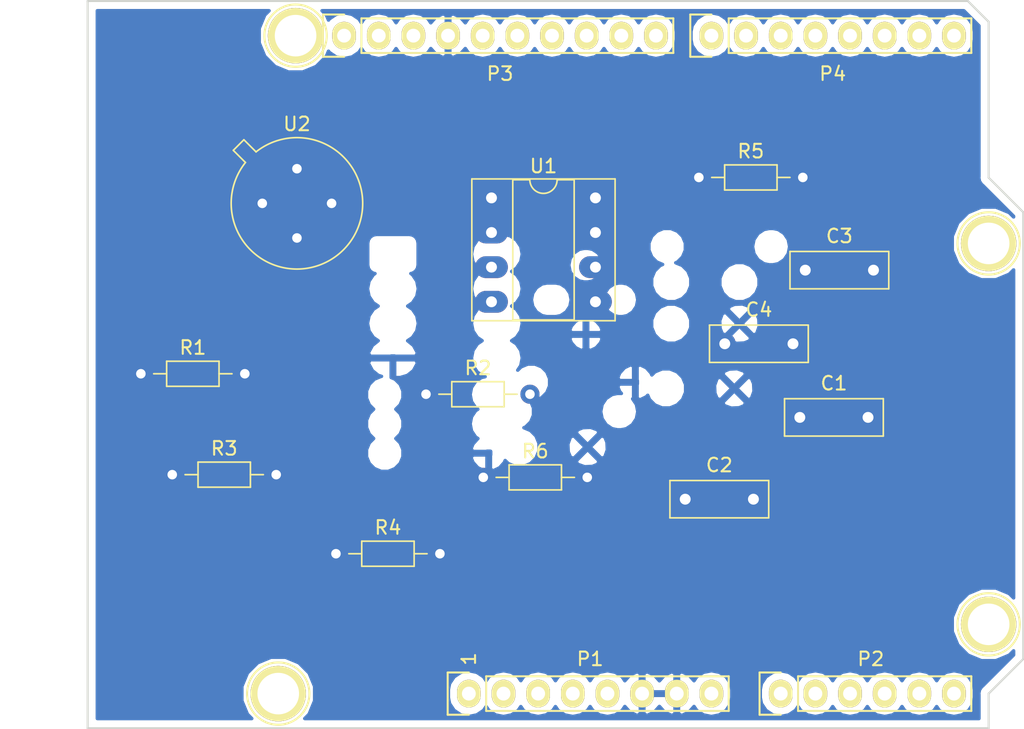
<source format=kicad_pcb>
(kicad_pcb (version 20171130) (host pcbnew "(5.0.1)-rc2")

  (general
    (thickness 1.6)
    (drawings 27)
    (tracks 0)
    (zones 0)
    (modules 20)
    (nets 45)
  )

  (page A4)
  (title_block
    (date "lun. 30 mars 2015")
  )

  (layers
    (0 F.Cu signal)
    (31 B.Cu signal)
    (32 B.Adhes user)
    (33 F.Adhes user)
    (34 B.Paste user)
    (35 F.Paste user)
    (36 B.SilkS user)
    (37 F.SilkS user)
    (38 B.Mask user)
    (39 F.Mask user)
    (40 Dwgs.User user)
    (41 Cmts.User user)
    (42 Eco1.User user)
    (43 Eco2.User user)
    (44 Edge.Cuts user)
    (45 Margin user)
    (46 B.CrtYd user)
    (47 F.CrtYd user)
    (48 B.Fab user)
    (49 F.Fab user)
  )

  (setup
    (last_trace_width 0.8)
    (trace_clearance 0.4)
    (zone_clearance 0.508)
    (zone_45_only no)
    (trace_min 0.2)
    (segment_width 0.15)
    (edge_width 0.15)
    (via_size 1.6)
    (via_drill 0.8)
    (via_min_size 0.4)
    (via_min_drill 0.3)
    (uvia_size 0.3)
    (uvia_drill 0.1)
    (uvias_allowed no)
    (uvia_min_size 0.2)
    (uvia_min_drill 0.1)
    (pcb_text_width 0.3)
    (pcb_text_size 1.5 1.5)
    (mod_edge_width 0.15)
    (mod_text_size 1 1)
    (mod_text_width 0.15)
    (pad_size 4.064 4.064)
    (pad_drill 3.048)
    (pad_to_mask_clearance 0)
    (solder_mask_min_width 0.25)
    (aux_axis_origin 110.998 126.365)
    (grid_origin 110.998 126.365)
    (visible_elements 7FFFFFFF)
    (pcbplotparams
      (layerselection 0x00030_80000001)
      (usegerberextensions false)
      (usegerberattributes false)
      (usegerberadvancedattributes false)
      (creategerberjobfile false)
      (excludeedgelayer true)
      (linewidth 0.100000)
      (plotframeref false)
      (viasonmask false)
      (mode 1)
      (useauxorigin false)
      (hpglpennumber 1)
      (hpglpenspeed 20)
      (hpglpendiameter 15.000000)
      (psnegative false)
      (psa4output false)
      (plotreference true)
      (plotvalue true)
      (plotinvisibletext false)
      (padsonsilk false)
      (subtractmaskfromsilk false)
      (outputformat 1)
      (mirror false)
      (drillshape 1)
      (scaleselection 1)
      (outputdirectory ""))
  )

  (net 0 "")
  (net 1 /IOREF)
  (net 2 /Reset)
  (net 3 +5V)
  (net 4 GND)
  (net 5 /Vin)
  (net 6 /A0)
  (net 7 /A1)
  (net 8 /A2)
  (net 9 /A3)
  (net 10 /AREF)
  (net 11 "/A4(SDA)")
  (net 12 "/A5(SCL)")
  (net 13 "/9(**)")
  (net 14 /8)
  (net 15 /7)
  (net 16 "/6(**)")
  (net 17 "/5(**)")
  (net 18 /4)
  (net 19 "/3(**)")
  (net 20 /2)
  (net 21 "/1(Tx)")
  (net 22 "/0(Rx)")
  (net 23 "Net-(P5-Pad1)")
  (net 24 "Net-(P6-Pad1)")
  (net 25 "Net-(P7-Pad1)")
  (net 26 "Net-(P8-Pad1)")
  (net 27 "/13(SCK)")
  (net 28 "/10(**/SS)")
  (net 29 "Net-(P1-Pad1)")
  (net 30 +3V3)
  (net 31 "/12(MISO)")
  (net 32 "/11(**/MOSI)")
  (net 33 "Net-(C1-Pad1)")
  (net 34 "Net-(C3-Pad1)")
  (net 35 "Net-(C3-Pad2)")
  (net 36 ANx_Arduino)
  (net 37 "Net-(R1-Pad1)")
  (net 38 "Net-(R3-Pad2)")
  (net 39 "Net-(U1-Pad1)")
  (net 40 "Net-(U1-Pad5)")
  (net 41 "Net-(U1-Pad8)")
  (net 42 "Net-(U2-Pad3)")
  (net 43 "Net-(P3-Pad1)")
  (net 44 "Net-(P3-Pad2)")

  (net_class Default "This is the default net class."
    (clearance 0.4)
    (trace_width 0.8)
    (via_dia 1.6)
    (via_drill 0.8)
    (uvia_dia 0.3)
    (uvia_drill 0.1)
    (add_net +3V3)
    (add_net +5V)
    (add_net "/0(Rx)")
    (add_net "/1(Tx)")
    (add_net "/10(**/SS)")
    (add_net "/11(**/MOSI)")
    (add_net "/12(MISO)")
    (add_net "/13(SCK)")
    (add_net /2)
    (add_net "/3(**)")
    (add_net /4)
    (add_net "/5(**)")
    (add_net "/6(**)")
    (add_net /7)
    (add_net /8)
    (add_net "/9(**)")
    (add_net /A0)
    (add_net /A1)
    (add_net /A2)
    (add_net /A3)
    (add_net "/A4(SDA)")
    (add_net "/A5(SCL)")
    (add_net /AREF)
    (add_net /IOREF)
    (add_net /Reset)
    (add_net /Vin)
    (add_net ANx_Arduino)
    (add_net GND)
    (add_net "Net-(C1-Pad1)")
    (add_net "Net-(C3-Pad1)")
    (add_net "Net-(C3-Pad2)")
    (add_net "Net-(P1-Pad1)")
    (add_net "Net-(P3-Pad1)")
    (add_net "Net-(P3-Pad2)")
    (add_net "Net-(P5-Pad1)")
    (add_net "Net-(P6-Pad1)")
    (add_net "Net-(P7-Pad1)")
    (add_net "Net-(P8-Pad1)")
    (add_net "Net-(R1-Pad1)")
    (add_net "Net-(R3-Pad2)")
    (add_net "Net-(U1-Pad1)")
    (add_net "Net-(U1-Pad5)")
    (add_net "Net-(U1-Pad8)")
    (add_net "Net-(U2-Pad3)")
  )

  (module Socket_Arduino_Uno:Socket_Strip_Arduino_1x08 locked (layer F.Cu) (tedit 552168D2) (tstamp 551AF9EA)
    (at 138.938 123.825)
    (descr "Through hole socket strip")
    (tags "socket strip")
    (path /56D70129)
    (fp_text reference P1 (at 8.89 -2.54) (layer F.SilkS)
      (effects (font (size 1 1) (thickness 0.15)))
    )
    (fp_text value Power (at 8.89 -4.064) (layer F.Fab)
      (effects (font (size 1 1) (thickness 0.15)))
    )
    (fp_line (start -1.75 -1.75) (end -1.75 1.75) (layer F.CrtYd) (width 0.05))
    (fp_line (start 19.55 -1.75) (end 19.55 1.75) (layer F.CrtYd) (width 0.05))
    (fp_line (start -1.75 -1.75) (end 19.55 -1.75) (layer F.CrtYd) (width 0.05))
    (fp_line (start -1.75 1.75) (end 19.55 1.75) (layer F.CrtYd) (width 0.05))
    (fp_line (start 1.27 1.27) (end 19.05 1.27) (layer F.SilkS) (width 0.15))
    (fp_line (start 19.05 1.27) (end 19.05 -1.27) (layer F.SilkS) (width 0.15))
    (fp_line (start 19.05 -1.27) (end 1.27 -1.27) (layer F.SilkS) (width 0.15))
    (fp_line (start -1.55 1.55) (end 0 1.55) (layer F.SilkS) (width 0.15))
    (fp_line (start 1.27 1.27) (end 1.27 -1.27) (layer F.SilkS) (width 0.15))
    (fp_line (start 0 -1.55) (end -1.55 -1.55) (layer F.SilkS) (width 0.15))
    (fp_line (start -1.55 -1.55) (end -1.55 1.55) (layer F.SilkS) (width 0.15))
    (pad 1 thru_hole oval (at 0 0) (size 1.7272 2.032) (drill 1.016) (layers *.Cu *.Mask F.SilkS)
      (net 29 "Net-(P1-Pad1)"))
    (pad 2 thru_hole oval (at 2.54 0) (size 1.7272 2.032) (drill 1.016) (layers *.Cu *.Mask F.SilkS)
      (net 1 /IOREF))
    (pad 3 thru_hole oval (at 5.08 0) (size 1.7272 2.032) (drill 1.016) (layers *.Cu *.Mask F.SilkS)
      (net 2 /Reset))
    (pad 4 thru_hole oval (at 7.62 0) (size 1.7272 2.032) (drill 1.016) (layers *.Cu *.Mask F.SilkS)
      (net 30 +3V3))
    (pad 5 thru_hole oval (at 10.16 0) (size 1.7272 2.032) (drill 1.016) (layers *.Cu *.Mask F.SilkS)
      (net 3 +5V))
    (pad 6 thru_hole oval (at 12.7 0) (size 1.7272 2.032) (drill 1.016) (layers *.Cu *.Mask F.SilkS)
      (net 4 GND))
    (pad 7 thru_hole oval (at 15.24 0) (size 1.7272 2.032) (drill 1.016) (layers *.Cu *.Mask F.SilkS)
      (net 4 GND))
    (pad 8 thru_hole oval (at 17.78 0) (size 1.7272 2.032) (drill 1.016) (layers *.Cu *.Mask F.SilkS)
      (net 5 /Vin))
    (model ${KIPRJMOD}/Socket_Arduino_Uno.3dshapes/Socket_header_Arduino_1x08.wrl
      (offset (xyz 8.889999866485596 0 0))
      (scale (xyz 1 1 1))
      (rotate (xyz 0 0 180))
    )
  )

  (module Socket_Arduino_Uno:Socket_Strip_Arduino_1x06 locked (layer F.Cu) (tedit 552168D6) (tstamp 551AF9FF)
    (at 161.798 123.825)
    (descr "Through hole socket strip")
    (tags "socket strip")
    (path /56D70DD8)
    (fp_text reference P2 (at 6.604 -2.54) (layer F.SilkS)
      (effects (font (size 1 1) (thickness 0.15)))
    )
    (fp_text value Analog (at 6.604 -4.064) (layer F.Fab)
      (effects (font (size 1 1) (thickness 0.15)))
    )
    (fp_line (start -1.75 -1.75) (end -1.75 1.75) (layer F.CrtYd) (width 0.05))
    (fp_line (start 14.45 -1.75) (end 14.45 1.75) (layer F.CrtYd) (width 0.05))
    (fp_line (start -1.75 -1.75) (end 14.45 -1.75) (layer F.CrtYd) (width 0.05))
    (fp_line (start -1.75 1.75) (end 14.45 1.75) (layer F.CrtYd) (width 0.05))
    (fp_line (start 1.27 1.27) (end 13.97 1.27) (layer F.SilkS) (width 0.15))
    (fp_line (start 13.97 1.27) (end 13.97 -1.27) (layer F.SilkS) (width 0.15))
    (fp_line (start 13.97 -1.27) (end 1.27 -1.27) (layer F.SilkS) (width 0.15))
    (fp_line (start -1.55 1.55) (end 0 1.55) (layer F.SilkS) (width 0.15))
    (fp_line (start 1.27 1.27) (end 1.27 -1.27) (layer F.SilkS) (width 0.15))
    (fp_line (start 0 -1.55) (end -1.55 -1.55) (layer F.SilkS) (width 0.15))
    (fp_line (start -1.55 -1.55) (end -1.55 1.55) (layer F.SilkS) (width 0.15))
    (pad 1 thru_hole oval (at 0 0) (size 1.7272 2.032) (drill 1.016) (layers *.Cu *.Mask F.SilkS)
      (net 6 /A0))
    (pad 2 thru_hole oval (at 2.54 0) (size 1.7272 2.032) (drill 1.016) (layers *.Cu *.Mask F.SilkS)
      (net 7 /A1))
    (pad 3 thru_hole oval (at 5.08 0) (size 1.7272 2.032) (drill 1.016) (layers *.Cu *.Mask F.SilkS)
      (net 8 /A2))
    (pad 4 thru_hole oval (at 7.62 0) (size 1.7272 2.032) (drill 1.016) (layers *.Cu *.Mask F.SilkS)
      (net 9 /A3))
    (pad 5 thru_hole oval (at 10.16 0) (size 1.7272 2.032) (drill 1.016) (layers *.Cu *.Mask F.SilkS)
      (net 11 "/A4(SDA)"))
    (pad 6 thru_hole oval (at 12.7 0) (size 1.7272 2.032) (drill 1.016) (layers *.Cu *.Mask F.SilkS)
      (net 12 "/A5(SCL)"))
    (model ${KIPRJMOD}/Socket_Arduino_Uno.3dshapes/Socket_header_Arduino_1x06.wrl
      (offset (xyz 6.349999904632568 0 0))
      (scale (xyz 1 1 1))
      (rotate (xyz 0 0 180))
    )
  )

  (module Socket_Arduino_Uno:Socket_Strip_Arduino_1x10 locked (layer F.Cu) (tedit 552168BF) (tstamp 551AFA18)
    (at 129.794 75.565)
    (descr "Through hole socket strip")
    (tags "socket strip")
    (path /56D721E0)
    (fp_text reference P3 (at 11.43 2.794) (layer F.SilkS)
      (effects (font (size 1 1) (thickness 0.15)))
    )
    (fp_text value Digital (at 11.43 4.318) (layer F.Fab)
      (effects (font (size 1 1) (thickness 0.15)))
    )
    (fp_line (start -1.75 -1.75) (end -1.75 1.75) (layer F.CrtYd) (width 0.05))
    (fp_line (start 24.65 -1.75) (end 24.65 1.75) (layer F.CrtYd) (width 0.05))
    (fp_line (start -1.75 -1.75) (end 24.65 -1.75) (layer F.CrtYd) (width 0.05))
    (fp_line (start -1.75 1.75) (end 24.65 1.75) (layer F.CrtYd) (width 0.05))
    (fp_line (start 1.27 1.27) (end 24.13 1.27) (layer F.SilkS) (width 0.15))
    (fp_line (start 24.13 1.27) (end 24.13 -1.27) (layer F.SilkS) (width 0.15))
    (fp_line (start 24.13 -1.27) (end 1.27 -1.27) (layer F.SilkS) (width 0.15))
    (fp_line (start -1.55 1.55) (end 0 1.55) (layer F.SilkS) (width 0.15))
    (fp_line (start 1.27 1.27) (end 1.27 -1.27) (layer F.SilkS) (width 0.15))
    (fp_line (start 0 -1.55) (end -1.55 -1.55) (layer F.SilkS) (width 0.15))
    (fp_line (start -1.55 -1.55) (end -1.55 1.55) (layer F.SilkS) (width 0.15))
    (pad 1 thru_hole oval (at 0 0) (size 1.7272 2.032) (drill 1.016) (layers *.Cu *.Mask F.SilkS)
      (net 43 "Net-(P3-Pad1)"))
    (pad 2 thru_hole oval (at 2.54 0) (size 1.7272 2.032) (drill 1.016) (layers *.Cu *.Mask F.SilkS)
      (net 44 "Net-(P3-Pad2)"))
    (pad 3 thru_hole oval (at 5.08 0) (size 1.7272 2.032) (drill 1.016) (layers *.Cu *.Mask F.SilkS)
      (net 10 /AREF))
    (pad 4 thru_hole oval (at 7.62 0) (size 1.7272 2.032) (drill 1.016) (layers *.Cu *.Mask F.SilkS)
      (net 4 GND))
    (pad 5 thru_hole oval (at 10.16 0) (size 1.7272 2.032) (drill 1.016) (layers *.Cu *.Mask F.SilkS)
      (net 27 "/13(SCK)"))
    (pad 6 thru_hole oval (at 12.7 0) (size 1.7272 2.032) (drill 1.016) (layers *.Cu *.Mask F.SilkS)
      (net 31 "/12(MISO)"))
    (pad 7 thru_hole oval (at 15.24 0) (size 1.7272 2.032) (drill 1.016) (layers *.Cu *.Mask F.SilkS)
      (net 32 "/11(**/MOSI)"))
    (pad 8 thru_hole oval (at 17.78 0) (size 1.7272 2.032) (drill 1.016) (layers *.Cu *.Mask F.SilkS)
      (net 28 "/10(**/SS)"))
    (pad 9 thru_hole oval (at 20.32 0) (size 1.7272 2.032) (drill 1.016) (layers *.Cu *.Mask F.SilkS)
      (net 13 "/9(**)"))
    (pad 10 thru_hole oval (at 22.86 0) (size 1.7272 2.032) (drill 1.016) (layers *.Cu *.Mask F.SilkS)
      (net 14 /8))
    (model ${KIPRJMOD}/Socket_Arduino_Uno.3dshapes/Socket_header_Arduino_1x10.wrl
      (offset (xyz 11.42999982833862 0 0))
      (scale (xyz 1 1 1))
      (rotate (xyz 0 0 180))
    )
  )

  (module Socket_Arduino_Uno:Socket_Strip_Arduino_1x08 locked (layer F.Cu) (tedit 552168C7) (tstamp 551AFA2F)
    (at 156.718 75.565)
    (descr "Through hole socket strip")
    (tags "socket strip")
    (path /56D7164F)
    (fp_text reference P4 (at 8.89 2.794) (layer F.SilkS)
      (effects (font (size 1 1) (thickness 0.15)))
    )
    (fp_text value Digital (at 8.89 4.318) (layer F.Fab)
      (effects (font (size 1 1) (thickness 0.15)))
    )
    (fp_line (start -1.75 -1.75) (end -1.75 1.75) (layer F.CrtYd) (width 0.05))
    (fp_line (start 19.55 -1.75) (end 19.55 1.75) (layer F.CrtYd) (width 0.05))
    (fp_line (start -1.75 -1.75) (end 19.55 -1.75) (layer F.CrtYd) (width 0.05))
    (fp_line (start -1.75 1.75) (end 19.55 1.75) (layer F.CrtYd) (width 0.05))
    (fp_line (start 1.27 1.27) (end 19.05 1.27) (layer F.SilkS) (width 0.15))
    (fp_line (start 19.05 1.27) (end 19.05 -1.27) (layer F.SilkS) (width 0.15))
    (fp_line (start 19.05 -1.27) (end 1.27 -1.27) (layer F.SilkS) (width 0.15))
    (fp_line (start -1.55 1.55) (end 0 1.55) (layer F.SilkS) (width 0.15))
    (fp_line (start 1.27 1.27) (end 1.27 -1.27) (layer F.SilkS) (width 0.15))
    (fp_line (start 0 -1.55) (end -1.55 -1.55) (layer F.SilkS) (width 0.15))
    (fp_line (start -1.55 -1.55) (end -1.55 1.55) (layer F.SilkS) (width 0.15))
    (pad 1 thru_hole oval (at 0 0) (size 1.7272 2.032) (drill 1.016) (layers *.Cu *.Mask F.SilkS)
      (net 15 /7))
    (pad 2 thru_hole oval (at 2.54 0) (size 1.7272 2.032) (drill 1.016) (layers *.Cu *.Mask F.SilkS)
      (net 16 "/6(**)"))
    (pad 3 thru_hole oval (at 5.08 0) (size 1.7272 2.032) (drill 1.016) (layers *.Cu *.Mask F.SilkS)
      (net 17 "/5(**)"))
    (pad 4 thru_hole oval (at 7.62 0) (size 1.7272 2.032) (drill 1.016) (layers *.Cu *.Mask F.SilkS)
      (net 18 /4))
    (pad 5 thru_hole oval (at 10.16 0) (size 1.7272 2.032) (drill 1.016) (layers *.Cu *.Mask F.SilkS)
      (net 19 "/3(**)"))
    (pad 6 thru_hole oval (at 12.7 0) (size 1.7272 2.032) (drill 1.016) (layers *.Cu *.Mask F.SilkS)
      (net 20 /2))
    (pad 7 thru_hole oval (at 15.24 0) (size 1.7272 2.032) (drill 1.016) (layers *.Cu *.Mask F.SilkS)
      (net 21 "/1(Tx)"))
    (pad 8 thru_hole oval (at 17.78 0) (size 1.7272 2.032) (drill 1.016) (layers *.Cu *.Mask F.SilkS)
      (net 22 "/0(Rx)"))
    (model ${KIPRJMOD}/Socket_Arduino_Uno.3dshapes/Socket_header_Arduino_1x08.wrl
      (offset (xyz 8.889999866485596 0 0))
      (scale (xyz 1 1 1))
      (rotate (xyz 0 0 180))
    )
  )

  (module Socket_Arduino_Uno:Arduino_1pin locked (layer F.Cu) (tedit 5524FC39) (tstamp 5524FC3F)
    (at 124.968 123.825)
    (descr "module 1 pin (ou trou mecanique de percage)")
    (tags DEV)
    (path /56D71177)
    (fp_text reference P5 (at 0 -3.048) (layer F.SilkS) hide
      (effects (font (size 1 1) (thickness 0.15)))
    )
    (fp_text value CONN_01X01 (at 0 2.794) (layer F.Fab) hide
      (effects (font (size 1 1) (thickness 0.15)))
    )
    (fp_circle (center 0 0) (end 0 -2.286) (layer F.SilkS) (width 0.15))
    (pad 1 thru_hole circle (at 0 0) (size 4.064 4.064) (drill 3.048) (layers *.Cu *.Mask F.SilkS)
      (net 23 "Net-(P5-Pad1)"))
  )

  (module Socket_Arduino_Uno:Arduino_1pin locked (layer F.Cu) (tedit 5524FC4A) (tstamp 5524FC44)
    (at 177.038 118.745)
    (descr "module 1 pin (ou trou mecanique de percage)")
    (tags DEV)
    (path /56D71274)
    (fp_text reference P6 (at 0 -3.048) (layer F.SilkS) hide
      (effects (font (size 1 1) (thickness 0.15)))
    )
    (fp_text value CONN_01X01 (at 0 2.794) (layer F.Fab) hide
      (effects (font (size 1 1) (thickness 0.15)))
    )
    (fp_circle (center 0 0) (end 0 -2.286) (layer F.SilkS) (width 0.15))
    (pad 1 thru_hole circle (at 0 0) (size 4.064 4.064) (drill 3.048) (layers *.Cu *.Mask F.SilkS)
      (net 24 "Net-(P6-Pad1)"))
  )

  (module Socket_Arduino_Uno:Arduino_1pin locked (layer F.Cu) (tedit 5524FC2F) (tstamp 5524FC49)
    (at 126.238 75.565)
    (descr "module 1 pin (ou trou mecanique de percage)")
    (tags DEV)
    (path /56D712A8)
    (fp_text reference P7 (at 0 -3.048) (layer F.SilkS) hide
      (effects (font (size 1 1) (thickness 0.15)))
    )
    (fp_text value CONN_01X01 (at 0 2.794) (layer F.Fab) hide
      (effects (font (size 1 1) (thickness 0.15)))
    )
    (fp_circle (center 0 0) (end 0 -2.286) (layer F.SilkS) (width 0.15))
    (pad 1 thru_hole circle (at 0 0) (size 4.064 4.064) (drill 3.048) (layers *.Cu *.Mask F.SilkS)
      (net 25 "Net-(P7-Pad1)"))
  )

  (module Socket_Arduino_Uno:Arduino_1pin locked (layer F.Cu) (tedit 5524FC41) (tstamp 5524FC4E)
    (at 177.038 90.805)
    (descr "module 1 pin (ou trou mecanique de percage)")
    (tags DEV)
    (path /56D712DB)
    (fp_text reference P8 (at 0 -3.048) (layer F.SilkS) hide
      (effects (font (size 1 1) (thickness 0.15)))
    )
    (fp_text value CONN_01X01 (at 0 2.794) (layer F.Fab) hide
      (effects (font (size 1 1) (thickness 0.15)))
    )
    (fp_circle (center 0 0) (end 0 -2.286) (layer F.SilkS) (width 0.15))
    (pad 1 thru_hole circle (at 0 0) (size 4.064 4.064) (drill 3.048) (layers *.Cu *.Mask F.SilkS)
      (net 26 "Net-(P8-Pad1)"))
  )

  (module Capacitor_THT:C_Rect_L7.0mm_W2.5mm_P5.00mm (layer F.Cu) (tedit 5AE50EF0) (tstamp 5BE37EB1)
    (at 163.198 103.565)
    (descr "C, Rect series, Radial, pin pitch=5.00mm, , length*width=7*2.5mm^2, Capacitor")
    (tags "C Rect series Radial pin pitch 5.00mm  length 7mm width 2.5mm Capacitor")
    (path /5BD710EF)
    (fp_text reference C1 (at 2.5 -2.5) (layer F.SilkS)
      (effects (font (size 1 1) (thickness 0.15)))
    )
    (fp_text value C (at 2.5 2.5) (layer F.Fab)
      (effects (font (size 1 1) (thickness 0.15)))
    )
    (fp_line (start -1 -1.25) (end -1 1.25) (layer F.Fab) (width 0.1))
    (fp_line (start -1 1.25) (end 6 1.25) (layer F.Fab) (width 0.1))
    (fp_line (start 6 1.25) (end 6 -1.25) (layer F.Fab) (width 0.1))
    (fp_line (start 6 -1.25) (end -1 -1.25) (layer F.Fab) (width 0.1))
    (fp_line (start -1.12 -1.37) (end 6.12 -1.37) (layer F.SilkS) (width 0.12))
    (fp_line (start -1.12 1.37) (end 6.12 1.37) (layer F.SilkS) (width 0.12))
    (fp_line (start -1.12 -1.37) (end -1.12 1.37) (layer F.SilkS) (width 0.12))
    (fp_line (start 6.12 -1.37) (end 6.12 1.37) (layer F.SilkS) (width 0.12))
    (fp_line (start -1.25 -1.5) (end -1.25 1.5) (layer F.CrtYd) (width 0.05))
    (fp_line (start -1.25 1.5) (end 6.25 1.5) (layer F.CrtYd) (width 0.05))
    (fp_line (start 6.25 1.5) (end 6.25 -1.5) (layer F.CrtYd) (width 0.05))
    (fp_line (start 6.25 -1.5) (end -1.25 -1.5) (layer F.CrtYd) (width 0.05))
    (fp_text user %R (at 2.5 0) (layer F.Fab)
      (effects (font (size 1 1) (thickness 0.15)))
    )
    (pad 1 thru_hole circle (at 0 0) (size 1.6 1.6) (drill 0.8) (layers *.Cu *.Mask)
      (net 33 "Net-(C1-Pad1)"))
    (pad 2 thru_hole circle (at 5 0) (size 1.6 1.6) (drill 0.8) (layers *.Cu *.Mask)
      (net 4 GND))
    (model ${KISYS3DMOD}/Capacitor_THT.3dshapes/C_Rect_L7.0mm_W2.5mm_P5.00mm.wrl
      (at (xyz 0 0 0))
      (scale (xyz 1 1 1))
      (rotate (xyz 0 0 0))
    )
  )

  (module Capacitor_THT:C_Rect_L7.0mm_W2.5mm_P5.00mm (layer F.Cu) (tedit 5AE50EF0) (tstamp 5BE37EC4)
    (at 154.798 109.565)
    (descr "C, Rect series, Radial, pin pitch=5.00mm, , length*width=7*2.5mm^2, Capacitor")
    (tags "C Rect series Radial pin pitch 5.00mm  length 7mm width 2.5mm Capacitor")
    (path /5BD71197)
    (fp_text reference C2 (at 2.5 -2.5) (layer F.SilkS)
      (effects (font (size 1 1) (thickness 0.15)))
    )
    (fp_text value C (at 2.5 2.5) (layer F.Fab)
      (effects (font (size 1 1) (thickness 0.15)))
    )
    (fp_text user %R (at 2.5 0) (layer F.Fab)
      (effects (font (size 1 1) (thickness 0.15)))
    )
    (fp_line (start 6.25 -1.5) (end -1.25 -1.5) (layer F.CrtYd) (width 0.05))
    (fp_line (start 6.25 1.5) (end 6.25 -1.5) (layer F.CrtYd) (width 0.05))
    (fp_line (start -1.25 1.5) (end 6.25 1.5) (layer F.CrtYd) (width 0.05))
    (fp_line (start -1.25 -1.5) (end -1.25 1.5) (layer F.CrtYd) (width 0.05))
    (fp_line (start 6.12 -1.37) (end 6.12 1.37) (layer F.SilkS) (width 0.12))
    (fp_line (start -1.12 -1.37) (end -1.12 1.37) (layer F.SilkS) (width 0.12))
    (fp_line (start -1.12 1.37) (end 6.12 1.37) (layer F.SilkS) (width 0.12))
    (fp_line (start -1.12 -1.37) (end 6.12 -1.37) (layer F.SilkS) (width 0.12))
    (fp_line (start 6 -1.25) (end -1 -1.25) (layer F.Fab) (width 0.1))
    (fp_line (start 6 1.25) (end 6 -1.25) (layer F.Fab) (width 0.1))
    (fp_line (start -1 1.25) (end 6 1.25) (layer F.Fab) (width 0.1))
    (fp_line (start -1 -1.25) (end -1 1.25) (layer F.Fab) (width 0.1))
    (pad 2 thru_hole circle (at 5 0) (size 1.6 1.6) (drill 0.8) (layers *.Cu *.Mask)
      (net 4 GND))
    (pad 1 thru_hole circle (at 0 0) (size 1.6 1.6) (drill 0.8) (layers *.Cu *.Mask)
      (net 3 +5V))
    (model ${KISYS3DMOD}/Capacitor_THT.3dshapes/C_Rect_L7.0mm_W2.5mm_P5.00mm.wrl
      (at (xyz 0 0 0))
      (scale (xyz 1 1 1))
      (rotate (xyz 0 0 0))
    )
  )

  (module Capacitor_THT:C_Rect_L7.0mm_W2.5mm_P5.00mm (layer F.Cu) (tedit 5AE50EF0) (tstamp 5BE37ED7)
    (at 163.598 92.765)
    (descr "C, Rect series, Radial, pin pitch=5.00mm, , length*width=7*2.5mm^2, Capacitor")
    (tags "C Rect series Radial pin pitch 5.00mm  length 7mm width 2.5mm Capacitor")
    (path /5BD711F5)
    (fp_text reference C3 (at 2.5 -2.5) (layer F.SilkS)
      (effects (font (size 1 1) (thickness 0.15)))
    )
    (fp_text value C (at 2.5 2.5) (layer F.Fab)
      (effects (font (size 1 1) (thickness 0.15)))
    )
    (fp_line (start -1 -1.25) (end -1 1.25) (layer F.Fab) (width 0.1))
    (fp_line (start -1 1.25) (end 6 1.25) (layer F.Fab) (width 0.1))
    (fp_line (start 6 1.25) (end 6 -1.25) (layer F.Fab) (width 0.1))
    (fp_line (start 6 -1.25) (end -1 -1.25) (layer F.Fab) (width 0.1))
    (fp_line (start -1.12 -1.37) (end 6.12 -1.37) (layer F.SilkS) (width 0.12))
    (fp_line (start -1.12 1.37) (end 6.12 1.37) (layer F.SilkS) (width 0.12))
    (fp_line (start -1.12 -1.37) (end -1.12 1.37) (layer F.SilkS) (width 0.12))
    (fp_line (start 6.12 -1.37) (end 6.12 1.37) (layer F.SilkS) (width 0.12))
    (fp_line (start -1.25 -1.5) (end -1.25 1.5) (layer F.CrtYd) (width 0.05))
    (fp_line (start -1.25 1.5) (end 6.25 1.5) (layer F.CrtYd) (width 0.05))
    (fp_line (start 6.25 1.5) (end 6.25 -1.5) (layer F.CrtYd) (width 0.05))
    (fp_line (start 6.25 -1.5) (end -1.25 -1.5) (layer F.CrtYd) (width 0.05))
    (fp_text user %R (at 2.5 0) (layer F.Fab)
      (effects (font (size 1 1) (thickness 0.15)))
    )
    (pad 1 thru_hole circle (at 0 0) (size 1.6 1.6) (drill 0.8) (layers *.Cu *.Mask)
      (net 34 "Net-(C3-Pad1)"))
    (pad 2 thru_hole circle (at 5 0) (size 1.6 1.6) (drill 0.8) (layers *.Cu *.Mask)
      (net 35 "Net-(C3-Pad2)"))
    (model ${KISYS3DMOD}/Capacitor_THT.3dshapes/C_Rect_L7.0mm_W2.5mm_P5.00mm.wrl
      (at (xyz 0 0 0))
      (scale (xyz 1 1 1))
      (rotate (xyz 0 0 0))
    )
  )

  (module Capacitor_THT:C_Rect_L7.0mm_W2.5mm_P5.00mm (layer F.Cu) (tedit 5AE50EF0) (tstamp 5BE37EEA)
    (at 157.698 98.165)
    (descr "C, Rect series, Radial, pin pitch=5.00mm, , length*width=7*2.5mm^2, Capacitor")
    (tags "C Rect series Radial pin pitch 5.00mm  length 7mm width 2.5mm Capacitor")
    (path /5BD71275)
    (fp_text reference C4 (at 2.5 -2.5) (layer F.SilkS)
      (effects (font (size 1 1) (thickness 0.15)))
    )
    (fp_text value C (at 2.5 2.5) (layer F.Fab)
      (effects (font (size 1 1) (thickness 0.15)))
    )
    (fp_text user %R (at 2.5 0) (layer F.Fab)
      (effects (font (size 1 1) (thickness 0.15)))
    )
    (fp_line (start 6.25 -1.5) (end -1.25 -1.5) (layer F.CrtYd) (width 0.05))
    (fp_line (start 6.25 1.5) (end 6.25 -1.5) (layer F.CrtYd) (width 0.05))
    (fp_line (start -1.25 1.5) (end 6.25 1.5) (layer F.CrtYd) (width 0.05))
    (fp_line (start -1.25 -1.5) (end -1.25 1.5) (layer F.CrtYd) (width 0.05))
    (fp_line (start 6.12 -1.37) (end 6.12 1.37) (layer F.SilkS) (width 0.12))
    (fp_line (start -1.12 -1.37) (end -1.12 1.37) (layer F.SilkS) (width 0.12))
    (fp_line (start -1.12 1.37) (end 6.12 1.37) (layer F.SilkS) (width 0.12))
    (fp_line (start -1.12 -1.37) (end 6.12 -1.37) (layer F.SilkS) (width 0.12))
    (fp_line (start 6 -1.25) (end -1 -1.25) (layer F.Fab) (width 0.1))
    (fp_line (start 6 1.25) (end 6 -1.25) (layer F.Fab) (width 0.1))
    (fp_line (start -1 1.25) (end 6 1.25) (layer F.Fab) (width 0.1))
    (fp_line (start -1 -1.25) (end -1 1.25) (layer F.Fab) (width 0.1))
    (pad 2 thru_hole circle (at 5 0) (size 1.6 1.6) (drill 0.8) (layers *.Cu *.Mask)
      (net 4 GND))
    (pad 1 thru_hole circle (at 0 0) (size 1.6 1.6) (drill 0.8) (layers *.Cu *.Mask)
      (net 36 ANx_Arduino))
    (model ${KISYS3DMOD}/Capacitor_THT.3dshapes/C_Rect_L7.0mm_W2.5mm_P5.00mm.wrl
      (at (xyz 0 0 0))
      (scale (xyz 1 1 1))
      (rotate (xyz 0 0 0))
    )
  )

  (module Resistor_THT:R_Axial_DIN0204_L3.6mm_D1.6mm_P7.62mm_Horizontal (layer F.Cu) (tedit 5AE5139B) (tstamp 5BE37F01)
    (at 114.898 100.365)
    (descr "Resistor, Axial_DIN0204 series, Axial, Horizontal, pin pitch=7.62mm, 0.167W, length*diameter=3.6*1.6mm^2, http://cdn-reichelt.de/documents/datenblatt/B400/1_4W%23YAG.pdf")
    (tags "Resistor Axial_DIN0204 series Axial Horizontal pin pitch 7.62mm 0.167W length 3.6mm diameter 1.6mm")
    (path /5BD70E8A)
    (fp_text reference R1 (at 3.81 -1.92) (layer F.SilkS)
      (effects (font (size 1 1) (thickness 0.15)))
    )
    (fp_text value R (at 3.81 1.92) (layer F.Fab)
      (effects (font (size 1 1) (thickness 0.15)))
    )
    (fp_line (start 2.01 -0.8) (end 2.01 0.8) (layer F.Fab) (width 0.1))
    (fp_line (start 2.01 0.8) (end 5.61 0.8) (layer F.Fab) (width 0.1))
    (fp_line (start 5.61 0.8) (end 5.61 -0.8) (layer F.Fab) (width 0.1))
    (fp_line (start 5.61 -0.8) (end 2.01 -0.8) (layer F.Fab) (width 0.1))
    (fp_line (start 0 0) (end 2.01 0) (layer F.Fab) (width 0.1))
    (fp_line (start 7.62 0) (end 5.61 0) (layer F.Fab) (width 0.1))
    (fp_line (start 1.89 -0.92) (end 1.89 0.92) (layer F.SilkS) (width 0.12))
    (fp_line (start 1.89 0.92) (end 5.73 0.92) (layer F.SilkS) (width 0.12))
    (fp_line (start 5.73 0.92) (end 5.73 -0.92) (layer F.SilkS) (width 0.12))
    (fp_line (start 5.73 -0.92) (end 1.89 -0.92) (layer F.SilkS) (width 0.12))
    (fp_line (start 0.94 0) (end 1.89 0) (layer F.SilkS) (width 0.12))
    (fp_line (start 6.68 0) (end 5.73 0) (layer F.SilkS) (width 0.12))
    (fp_line (start -0.95 -1.05) (end -0.95 1.05) (layer F.CrtYd) (width 0.05))
    (fp_line (start -0.95 1.05) (end 8.57 1.05) (layer F.CrtYd) (width 0.05))
    (fp_line (start 8.57 1.05) (end 8.57 -1.05) (layer F.CrtYd) (width 0.05))
    (fp_line (start 8.57 -1.05) (end -0.95 -1.05) (layer F.CrtYd) (width 0.05))
    (fp_text user %R (at 3.81 0) (layer F.Fab)
      (effects (font (size 0.72 0.72) (thickness 0.108)))
    )
    (pad 1 thru_hole circle (at 0 0) (size 1.4 1.4) (drill 0.7) (layers *.Cu *.Mask)
      (net 37 "Net-(R1-Pad1)"))
    (pad 2 thru_hole oval (at 7.62 0) (size 1.4 1.4) (drill 0.7) (layers *.Cu *.Mask)
      (net 33 "Net-(C1-Pad1)"))
    (model ${KISYS3DMOD}/Resistor_THT.3dshapes/R_Axial_DIN0204_L3.6mm_D1.6mm_P7.62mm_Horizontal.wrl
      (at (xyz 0 0 0))
      (scale (xyz 1 1 1))
      (rotate (xyz 0 0 0))
    )
  )

  (module Resistor_THT:R_Axial_DIN0204_L3.6mm_D1.6mm_P7.62mm_Horizontal (layer F.Cu) (tedit 5AE5139B) (tstamp 5BE37F18)
    (at 135.798 101.865)
    (descr "Resistor, Axial_DIN0204 series, Axial, Horizontal, pin pitch=7.62mm, 0.167W, length*diameter=3.6*1.6mm^2, http://cdn-reichelt.de/documents/datenblatt/B400/1_4W%23YAG.pdf")
    (tags "Resistor Axial_DIN0204 series Axial Horizontal pin pitch 7.62mm 0.167W length 3.6mm diameter 1.6mm")
    (path /5BD70DFE)
    (fp_text reference R2 (at 3.81 -1.92) (layer F.SilkS)
      (effects (font (size 1 1) (thickness 0.15)))
    )
    (fp_text value R (at 3.81 1.92) (layer F.Fab)
      (effects (font (size 1 1) (thickness 0.15)))
    )
    (fp_text user %R (at 3.81 0) (layer F.Fab)
      (effects (font (size 0.72 0.72) (thickness 0.108)))
    )
    (fp_line (start 8.57 -1.05) (end -0.95 -1.05) (layer F.CrtYd) (width 0.05))
    (fp_line (start 8.57 1.05) (end 8.57 -1.05) (layer F.CrtYd) (width 0.05))
    (fp_line (start -0.95 1.05) (end 8.57 1.05) (layer F.CrtYd) (width 0.05))
    (fp_line (start -0.95 -1.05) (end -0.95 1.05) (layer F.CrtYd) (width 0.05))
    (fp_line (start 6.68 0) (end 5.73 0) (layer F.SilkS) (width 0.12))
    (fp_line (start 0.94 0) (end 1.89 0) (layer F.SilkS) (width 0.12))
    (fp_line (start 5.73 -0.92) (end 1.89 -0.92) (layer F.SilkS) (width 0.12))
    (fp_line (start 5.73 0.92) (end 5.73 -0.92) (layer F.SilkS) (width 0.12))
    (fp_line (start 1.89 0.92) (end 5.73 0.92) (layer F.SilkS) (width 0.12))
    (fp_line (start 1.89 -0.92) (end 1.89 0.92) (layer F.SilkS) (width 0.12))
    (fp_line (start 7.62 0) (end 5.61 0) (layer F.Fab) (width 0.1))
    (fp_line (start 0 0) (end 2.01 0) (layer F.Fab) (width 0.1))
    (fp_line (start 5.61 -0.8) (end 2.01 -0.8) (layer F.Fab) (width 0.1))
    (fp_line (start 5.61 0.8) (end 5.61 -0.8) (layer F.Fab) (width 0.1))
    (fp_line (start 2.01 0.8) (end 5.61 0.8) (layer F.Fab) (width 0.1))
    (fp_line (start 2.01 -0.8) (end 2.01 0.8) (layer F.Fab) (width 0.1))
    (pad 2 thru_hole oval (at 7.62 0) (size 1.4 1.4) (drill 0.7) (layers *.Cu *.Mask)
      (net 4 GND))
    (pad 1 thru_hole circle (at 0 0) (size 1.4 1.4) (drill 0.7) (layers *.Cu *.Mask)
      (net 33 "Net-(C1-Pad1)"))
    (model ${KISYS3DMOD}/Resistor_THT.3dshapes/R_Axial_DIN0204_L3.6mm_D1.6mm_P7.62mm_Horizontal.wrl
      (at (xyz 0 0 0))
      (scale (xyz 1 1 1))
      (rotate (xyz 0 0 0))
    )
  )

  (module Resistor_THT:R_Axial_DIN0204_L3.6mm_D1.6mm_P7.62mm_Horizontal (layer F.Cu) (tedit 5AE5139B) (tstamp 5BE37F2F)
    (at 117.198 107.765)
    (descr "Resistor, Axial_DIN0204 series, Axial, Horizontal, pin pitch=7.62mm, 0.167W, length*diameter=3.6*1.6mm^2, http://cdn-reichelt.de/documents/datenblatt/B400/1_4W%23YAG.pdf")
    (tags "Resistor Axial_DIN0204 series Axial Horizontal pin pitch 7.62mm 0.167W length 3.6mm diameter 1.6mm")
    (path /5BD70EFE)
    (fp_text reference R3 (at 3.81 -1.92) (layer F.SilkS)
      (effects (font (size 1 1) (thickness 0.15)))
    )
    (fp_text value R (at 3.81 1.92) (layer F.Fab)
      (effects (font (size 1 1) (thickness 0.15)))
    )
    (fp_line (start 2.01 -0.8) (end 2.01 0.8) (layer F.Fab) (width 0.1))
    (fp_line (start 2.01 0.8) (end 5.61 0.8) (layer F.Fab) (width 0.1))
    (fp_line (start 5.61 0.8) (end 5.61 -0.8) (layer F.Fab) (width 0.1))
    (fp_line (start 5.61 -0.8) (end 2.01 -0.8) (layer F.Fab) (width 0.1))
    (fp_line (start 0 0) (end 2.01 0) (layer F.Fab) (width 0.1))
    (fp_line (start 7.62 0) (end 5.61 0) (layer F.Fab) (width 0.1))
    (fp_line (start 1.89 -0.92) (end 1.89 0.92) (layer F.SilkS) (width 0.12))
    (fp_line (start 1.89 0.92) (end 5.73 0.92) (layer F.SilkS) (width 0.12))
    (fp_line (start 5.73 0.92) (end 5.73 -0.92) (layer F.SilkS) (width 0.12))
    (fp_line (start 5.73 -0.92) (end 1.89 -0.92) (layer F.SilkS) (width 0.12))
    (fp_line (start 0.94 0) (end 1.89 0) (layer F.SilkS) (width 0.12))
    (fp_line (start 6.68 0) (end 5.73 0) (layer F.SilkS) (width 0.12))
    (fp_line (start -0.95 -1.05) (end -0.95 1.05) (layer F.CrtYd) (width 0.05))
    (fp_line (start -0.95 1.05) (end 8.57 1.05) (layer F.CrtYd) (width 0.05))
    (fp_line (start 8.57 1.05) (end 8.57 -1.05) (layer F.CrtYd) (width 0.05))
    (fp_line (start 8.57 -1.05) (end -0.95 -1.05) (layer F.CrtYd) (width 0.05))
    (fp_text user %R (at 3.81 0) (layer F.Fab)
      (effects (font (size 0.72 0.72) (thickness 0.108)))
    )
    (pad 1 thru_hole circle (at 0 0) (size 1.4 1.4) (drill 0.7) (layers *.Cu *.Mask)
      (net 35 "Net-(C3-Pad2)"))
    (pad 2 thru_hole oval (at 7.62 0) (size 1.4 1.4) (drill 0.7) (layers *.Cu *.Mask)
      (net 38 "Net-(R3-Pad2)"))
    (model ${KISYS3DMOD}/Resistor_THT.3dshapes/R_Axial_DIN0204_L3.6mm_D1.6mm_P7.62mm_Horizontal.wrl
      (at (xyz 0 0 0))
      (scale (xyz 1 1 1))
      (rotate (xyz 0 0 0))
    )
  )

  (module Resistor_THT:R_Axial_DIN0204_L3.6mm_D1.6mm_P7.62mm_Horizontal (layer F.Cu) (tedit 5AE5139B) (tstamp 5BE37F46)
    (at 129.198 113.565)
    (descr "Resistor, Axial_DIN0204 series, Axial, Horizontal, pin pitch=7.62mm, 0.167W, length*diameter=3.6*1.6mm^2, http://cdn-reichelt.de/documents/datenblatt/B400/1_4W%23YAG.pdf")
    (tags "Resistor Axial_DIN0204 series Axial Horizontal pin pitch 7.62mm 0.167W length 3.6mm diameter 1.6mm")
    (path /5BD70F74)
    (fp_text reference R4 (at 3.81 -1.92) (layer F.SilkS)
      (effects (font (size 1 1) (thickness 0.15)))
    )
    (fp_text value R (at 3.81 1.92) (layer F.Fab)
      (effects (font (size 1 1) (thickness 0.15)))
    )
    (fp_text user %R (at 3.81 0) (layer F.Fab)
      (effects (font (size 0.72 0.72) (thickness 0.108)))
    )
    (fp_line (start 8.57 -1.05) (end -0.95 -1.05) (layer F.CrtYd) (width 0.05))
    (fp_line (start 8.57 1.05) (end 8.57 -1.05) (layer F.CrtYd) (width 0.05))
    (fp_line (start -0.95 1.05) (end 8.57 1.05) (layer F.CrtYd) (width 0.05))
    (fp_line (start -0.95 -1.05) (end -0.95 1.05) (layer F.CrtYd) (width 0.05))
    (fp_line (start 6.68 0) (end 5.73 0) (layer F.SilkS) (width 0.12))
    (fp_line (start 0.94 0) (end 1.89 0) (layer F.SilkS) (width 0.12))
    (fp_line (start 5.73 -0.92) (end 1.89 -0.92) (layer F.SilkS) (width 0.12))
    (fp_line (start 5.73 0.92) (end 5.73 -0.92) (layer F.SilkS) (width 0.12))
    (fp_line (start 1.89 0.92) (end 5.73 0.92) (layer F.SilkS) (width 0.12))
    (fp_line (start 1.89 -0.92) (end 1.89 0.92) (layer F.SilkS) (width 0.12))
    (fp_line (start 7.62 0) (end 5.61 0) (layer F.Fab) (width 0.1))
    (fp_line (start 0 0) (end 2.01 0) (layer F.Fab) (width 0.1))
    (fp_line (start 5.61 -0.8) (end 2.01 -0.8) (layer F.Fab) (width 0.1))
    (fp_line (start 5.61 0.8) (end 5.61 -0.8) (layer F.Fab) (width 0.1))
    (fp_line (start 2.01 0.8) (end 5.61 0.8) (layer F.Fab) (width 0.1))
    (fp_line (start 2.01 -0.8) (end 2.01 0.8) (layer F.Fab) (width 0.1))
    (pad 2 thru_hole oval (at 7.62 0) (size 1.4 1.4) (drill 0.7) (layers *.Cu *.Mask)
      (net 4 GND))
    (pad 1 thru_hole circle (at 0 0) (size 1.4 1.4) (drill 0.7) (layers *.Cu *.Mask)
      (net 38 "Net-(R3-Pad2)"))
    (model ${KISYS3DMOD}/Resistor_THT.3dshapes/R_Axial_DIN0204_L3.6mm_D1.6mm_P7.62mm_Horizontal.wrl
      (at (xyz 0 0 0))
      (scale (xyz 1 1 1))
      (rotate (xyz 0 0 0))
    )
  )

  (module Resistor_THT:R_Axial_DIN0204_L3.6mm_D1.6mm_P7.62mm_Horizontal (layer F.Cu) (tedit 5AE5139B) (tstamp 5BE37F5D)
    (at 155.798 85.965)
    (descr "Resistor, Axial_DIN0204 series, Axial, Horizontal, pin pitch=7.62mm, 0.167W, length*diameter=3.6*1.6mm^2, http://cdn-reichelt.de/documents/datenblatt/B400/1_4W%23YAG.pdf")
    (tags "Resistor Axial_DIN0204 series Axial Horizontal pin pitch 7.62mm 0.167W length 3.6mm diameter 1.6mm")
    (path /5BD70FD6)
    (fp_text reference R5 (at 3.81 -1.92) (layer F.SilkS)
      (effects (font (size 1 1) (thickness 0.15)))
    )
    (fp_text value R (at 3.81 1.92) (layer F.Fab)
      (effects (font (size 1 1) (thickness 0.15)))
    )
    (fp_line (start 2.01 -0.8) (end 2.01 0.8) (layer F.Fab) (width 0.1))
    (fp_line (start 2.01 0.8) (end 5.61 0.8) (layer F.Fab) (width 0.1))
    (fp_line (start 5.61 0.8) (end 5.61 -0.8) (layer F.Fab) (width 0.1))
    (fp_line (start 5.61 -0.8) (end 2.01 -0.8) (layer F.Fab) (width 0.1))
    (fp_line (start 0 0) (end 2.01 0) (layer F.Fab) (width 0.1))
    (fp_line (start 7.62 0) (end 5.61 0) (layer F.Fab) (width 0.1))
    (fp_line (start 1.89 -0.92) (end 1.89 0.92) (layer F.SilkS) (width 0.12))
    (fp_line (start 1.89 0.92) (end 5.73 0.92) (layer F.SilkS) (width 0.12))
    (fp_line (start 5.73 0.92) (end 5.73 -0.92) (layer F.SilkS) (width 0.12))
    (fp_line (start 5.73 -0.92) (end 1.89 -0.92) (layer F.SilkS) (width 0.12))
    (fp_line (start 0.94 0) (end 1.89 0) (layer F.SilkS) (width 0.12))
    (fp_line (start 6.68 0) (end 5.73 0) (layer F.SilkS) (width 0.12))
    (fp_line (start -0.95 -1.05) (end -0.95 1.05) (layer F.CrtYd) (width 0.05))
    (fp_line (start -0.95 1.05) (end 8.57 1.05) (layer F.CrtYd) (width 0.05))
    (fp_line (start 8.57 1.05) (end 8.57 -1.05) (layer F.CrtYd) (width 0.05))
    (fp_line (start 8.57 -1.05) (end -0.95 -1.05) (layer F.CrtYd) (width 0.05))
    (fp_text user %R (at 3.81 0) (layer F.Fab)
      (effects (font (size 0.72 0.72) (thickness 0.108)))
    )
    (pad 1 thru_hole circle (at 0 0) (size 1.4 1.4) (drill 0.7) (layers *.Cu *.Mask)
      (net 34 "Net-(C3-Pad1)"))
    (pad 2 thru_hole oval (at 7.62 0) (size 1.4 1.4) (drill 0.7) (layers *.Cu *.Mask)
      (net 35 "Net-(C3-Pad2)"))
    (model ${KISYS3DMOD}/Resistor_THT.3dshapes/R_Axial_DIN0204_L3.6mm_D1.6mm_P7.62mm_Horizontal.wrl
      (at (xyz 0 0 0))
      (scale (xyz 1 1 1))
      (rotate (xyz 0 0 0))
    )
  )

  (module Resistor_THT:R_Axial_DIN0204_L3.6mm_D1.6mm_P7.62mm_Horizontal (layer F.Cu) (tedit 5AE5139B) (tstamp 5BE37F74)
    (at 139.998 107.965)
    (descr "Resistor, Axial_DIN0204 series, Axial, Horizontal, pin pitch=7.62mm, 0.167W, length*diameter=3.6*1.6mm^2, http://cdn-reichelt.de/documents/datenblatt/B400/1_4W%23YAG.pdf")
    (tags "Resistor Axial_DIN0204 series Axial Horizontal pin pitch 7.62mm 0.167W length 3.6mm diameter 1.6mm")
    (path /5BD7104E)
    (fp_text reference R6 (at 3.81 -1.92) (layer F.SilkS)
      (effects (font (size 1 1) (thickness 0.15)))
    )
    (fp_text value R (at 3.81 1.92) (layer F.Fab)
      (effects (font (size 1 1) (thickness 0.15)))
    )
    (fp_text user %R (at 3.81 0) (layer F.Fab)
      (effects (font (size 0.72 0.72) (thickness 0.108)))
    )
    (fp_line (start 8.57 -1.05) (end -0.95 -1.05) (layer F.CrtYd) (width 0.05))
    (fp_line (start 8.57 1.05) (end 8.57 -1.05) (layer F.CrtYd) (width 0.05))
    (fp_line (start -0.95 1.05) (end 8.57 1.05) (layer F.CrtYd) (width 0.05))
    (fp_line (start -0.95 -1.05) (end -0.95 1.05) (layer F.CrtYd) (width 0.05))
    (fp_line (start 6.68 0) (end 5.73 0) (layer F.SilkS) (width 0.12))
    (fp_line (start 0.94 0) (end 1.89 0) (layer F.SilkS) (width 0.12))
    (fp_line (start 5.73 -0.92) (end 1.89 -0.92) (layer F.SilkS) (width 0.12))
    (fp_line (start 5.73 0.92) (end 5.73 -0.92) (layer F.SilkS) (width 0.12))
    (fp_line (start 1.89 0.92) (end 5.73 0.92) (layer F.SilkS) (width 0.12))
    (fp_line (start 1.89 -0.92) (end 1.89 0.92) (layer F.SilkS) (width 0.12))
    (fp_line (start 7.62 0) (end 5.61 0) (layer F.Fab) (width 0.1))
    (fp_line (start 0 0) (end 2.01 0) (layer F.Fab) (width 0.1))
    (fp_line (start 5.61 -0.8) (end 2.01 -0.8) (layer F.Fab) (width 0.1))
    (fp_line (start 5.61 0.8) (end 5.61 -0.8) (layer F.Fab) (width 0.1))
    (fp_line (start 2.01 0.8) (end 5.61 0.8) (layer F.Fab) (width 0.1))
    (fp_line (start 2.01 -0.8) (end 2.01 0.8) (layer F.Fab) (width 0.1))
    (pad 2 thru_hole oval (at 7.62 0) (size 1.4 1.4) (drill 0.7) (layers *.Cu *.Mask)
      (net 34 "Net-(C3-Pad1)"))
    (pad 1 thru_hole circle (at 0 0) (size 1.4 1.4) (drill 0.7) (layers *.Cu *.Mask)
      (net 36 ANx_Arduino))
    (model ${KISYS3DMOD}/Resistor_THT.3dshapes/R_Axial_DIN0204_L3.6mm_D1.6mm_P7.62mm_Horizontal.wrl
      (at (xyz 0 0 0))
      (scale (xyz 1 1 1))
      (rotate (xyz 0 0 0))
    )
  )

  (module Package_DIP:DIP-8_W7.62mm_Socket_LongPads (layer F.Cu) (tedit 5A02E8C5) (tstamp 5BE37F98)
    (at 140.598 87.465)
    (descr "8-lead though-hole mounted DIP package, row spacing 7.62 mm (300 mils), Socket, LongPads")
    (tags "THT DIP DIL PDIP 2.54mm 7.62mm 300mil Socket LongPads")
    (path /5BD70D56)
    (fp_text reference U1 (at 3.81 -2.33) (layer F.SilkS)
      (effects (font (size 1 1) (thickness 0.15)))
    )
    (fp_text value LTC1050 (at 3.81 9.95) (layer F.Fab)
      (effects (font (size 1 1) (thickness 0.15)))
    )
    (fp_arc (start 3.81 -1.33) (end 2.81 -1.33) (angle -180) (layer F.SilkS) (width 0.12))
    (fp_line (start 1.635 -1.27) (end 6.985 -1.27) (layer F.Fab) (width 0.1))
    (fp_line (start 6.985 -1.27) (end 6.985 8.89) (layer F.Fab) (width 0.1))
    (fp_line (start 6.985 8.89) (end 0.635 8.89) (layer F.Fab) (width 0.1))
    (fp_line (start 0.635 8.89) (end 0.635 -0.27) (layer F.Fab) (width 0.1))
    (fp_line (start 0.635 -0.27) (end 1.635 -1.27) (layer F.Fab) (width 0.1))
    (fp_line (start -1.27 -1.33) (end -1.27 8.95) (layer F.Fab) (width 0.1))
    (fp_line (start -1.27 8.95) (end 8.89 8.95) (layer F.Fab) (width 0.1))
    (fp_line (start 8.89 8.95) (end 8.89 -1.33) (layer F.Fab) (width 0.1))
    (fp_line (start 8.89 -1.33) (end -1.27 -1.33) (layer F.Fab) (width 0.1))
    (fp_line (start 2.81 -1.33) (end 1.56 -1.33) (layer F.SilkS) (width 0.12))
    (fp_line (start 1.56 -1.33) (end 1.56 8.95) (layer F.SilkS) (width 0.12))
    (fp_line (start 1.56 8.95) (end 6.06 8.95) (layer F.SilkS) (width 0.12))
    (fp_line (start 6.06 8.95) (end 6.06 -1.33) (layer F.SilkS) (width 0.12))
    (fp_line (start 6.06 -1.33) (end 4.81 -1.33) (layer F.SilkS) (width 0.12))
    (fp_line (start -1.44 -1.39) (end -1.44 9.01) (layer F.SilkS) (width 0.12))
    (fp_line (start -1.44 9.01) (end 9.06 9.01) (layer F.SilkS) (width 0.12))
    (fp_line (start 9.06 9.01) (end 9.06 -1.39) (layer F.SilkS) (width 0.12))
    (fp_line (start 9.06 -1.39) (end -1.44 -1.39) (layer F.SilkS) (width 0.12))
    (fp_line (start -1.55 -1.6) (end -1.55 9.2) (layer F.CrtYd) (width 0.05))
    (fp_line (start -1.55 9.2) (end 9.15 9.2) (layer F.CrtYd) (width 0.05))
    (fp_line (start 9.15 9.2) (end 9.15 -1.6) (layer F.CrtYd) (width 0.05))
    (fp_line (start 9.15 -1.6) (end -1.55 -1.6) (layer F.CrtYd) (width 0.05))
    (fp_text user %R (at 3.81 3.81) (layer F.Fab)
      (effects (font (size 1 1) (thickness 0.15)))
    )
    (pad 1 thru_hole rect (at 0 0) (size 2.4 1.6) (drill 0.8) (layers *.Cu *.Mask)
      (net 39 "Net-(U1-Pad1)"))
    (pad 5 thru_hole oval (at 7.62 7.62) (size 2.4 1.6) (drill 0.8) (layers *.Cu *.Mask)
      (net 40 "Net-(U1-Pad5)"))
    (pad 2 thru_hole oval (at 0 2.54) (size 2.4 1.6) (drill 0.8) (layers *.Cu *.Mask)
      (net 35 "Net-(C3-Pad2)"))
    (pad 6 thru_hole oval (at 7.62 5.08) (size 2.4 1.6) (drill 0.8) (layers *.Cu *.Mask)
      (net 34 "Net-(C3-Pad1)"))
    (pad 3 thru_hole oval (at 0 5.08) (size 2.4 1.6) (drill 0.8) (layers *.Cu *.Mask)
      (net 33 "Net-(C1-Pad1)"))
    (pad 7 thru_hole oval (at 7.62 2.54) (size 2.4 1.6) (drill 0.8) (layers *.Cu *.Mask)
      (net 3 +5V))
    (pad 4 thru_hole oval (at 0 7.62) (size 2.4 1.6) (drill 0.8) (layers *.Cu *.Mask)
      (net 4 GND))
    (pad 8 thru_hole oval (at 7.62 0) (size 2.4 1.6) (drill 0.8) (layers *.Cu *.Mask)
      (net 41 "Net-(U1-Pad8)"))
    (model ${KISYS3DMOD}/Package_DIP.3dshapes/DIP-8_W7.62mm_Socket.wrl
      (at (xyz 0 0 0))
      (scale (xyz 1 1 1))
      (rotate (xyz 0 0 0))
    )
  )

  (module Package_TO_SOT_THT:TO-5-4 (layer F.Cu) (tedit 5A02FF81) (tstamp 5BE37FAE)
    (at 123.798 87.865)
    (descr TO-5-4)
    (tags TO-5-4)
    (path /5BD820CD)
    (fp_text reference U2 (at 2.54 -5.82) (layer F.SilkS)
      (effects (font (size 1 1) (thickness 0.15)))
    )
    (fp_text value Capteur_TO-5 (at 2.54 5.82) (layer F.Fab)
      (effects (font (size 1 1) (thickness 0.15)))
    )
    (fp_text user %R (at 2.54 -5.82) (layer F.Fab)
      (effects (font (size 1 1) (thickness 0.15)))
    )
    (fp_line (start -0.465408 -3.61352) (end -1.27151 -4.419621) (layer F.Fab) (width 0.1))
    (fp_line (start -1.27151 -4.419621) (end -1.879621 -3.81151) (layer F.Fab) (width 0.1))
    (fp_line (start -1.879621 -3.81151) (end -1.07352 -3.005408) (layer F.Fab) (width 0.1))
    (fp_line (start -0.457084 -3.774902) (end -1.348039 -4.665856) (layer F.SilkS) (width 0.12))
    (fp_line (start -1.348039 -4.665856) (end -2.125856 -3.888039) (layer F.SilkS) (width 0.12))
    (fp_line (start -2.125856 -3.888039) (end -1.234902 -2.997084) (layer F.SilkS) (width 0.12))
    (fp_line (start -2.41 -4.95) (end -2.41 4.95) (layer F.CrtYd) (width 0.05))
    (fp_line (start -2.41 4.95) (end 7.49 4.95) (layer F.CrtYd) (width 0.05))
    (fp_line (start 7.49 4.95) (end 7.49 -4.95) (layer F.CrtYd) (width 0.05))
    (fp_line (start 7.49 -4.95) (end -2.41 -4.95) (layer F.CrtYd) (width 0.05))
    (fp_circle (center 2.54 0) (end 6.79 0) (layer F.Fab) (width 0.1))
    (fp_arc (start 2.54 0) (end -0.465408 -3.61352) (angle 349.5) (layer F.Fab) (width 0.1))
    (fp_arc (start 2.54 0) (end -0.457084 -3.774902) (angle 346.9) (layer F.SilkS) (width 0.12))
    (pad 1 thru_hole oval (at 0 0) (size 1.6 1.2) (drill 0.7) (layers *.Cu *.Mask)
      (net 30 +3V3))
    (pad 2 thru_hole oval (at 2.54 2.54) (size 1.2 1.2) (drill 0.7) (layers *.Cu *.Mask)
      (net 4 GND))
    (pad 3 thru_hole oval (at 5.08 0) (size 1.2 1.2) (drill 0.7) (layers *.Cu *.Mask)
      (net 42 "Net-(U2-Pad3)"))
    (pad 4 thru_hole oval (at 2.54 -2.54) (size 1.2 1.2) (drill 0.7) (layers *.Cu *.Mask)
      (net 37 "Net-(R1-Pad1)"))
    (model ${KISYS3DMOD}/Package_TO_SOT_THT.3dshapes/TO-5-4.wrl
      (at (xyz 0 0 0))
      (scale (xyz 1 1 1))
      (rotate (xyz 0 0 0))
    )
  )

  (gr_text 1 (at 138.938 121.285 90) (layer F.SilkS)
    (effects (font (size 1 1) (thickness 0.15)))
  )
  (gr_circle (center 117.348 76.962) (end 118.618 76.962) (layer Dwgs.User) (width 0.15))
  (gr_line (start 114.427 78.994) (end 114.427 74.93) (angle 90) (layer Dwgs.User) (width 0.15))
  (gr_line (start 120.269 78.994) (end 114.427 78.994) (angle 90) (layer Dwgs.User) (width 0.15))
  (gr_line (start 120.269 74.93) (end 120.269 78.994) (angle 90) (layer Dwgs.User) (width 0.15))
  (gr_line (start 114.427 74.93) (end 120.269 74.93) (angle 90) (layer Dwgs.User) (width 0.15))
  (gr_line (start 120.523 93.98) (end 104.648 93.98) (angle 90) (layer Dwgs.User) (width 0.15))
  (gr_line (start 177.038 74.549) (end 175.514 73.025) (angle 90) (layer Edge.Cuts) (width 0.15))
  (gr_line (start 177.038 85.979) (end 177.038 74.549) (angle 90) (layer Edge.Cuts) (width 0.15))
  (gr_line (start 179.578 88.519) (end 177.038 85.979) (angle 90) (layer Edge.Cuts) (width 0.15))
  (gr_line (start 179.578 121.285) (end 179.578 88.519) (angle 90) (layer Edge.Cuts) (width 0.15))
  (gr_line (start 177.038 123.825) (end 179.578 121.285) (angle 90) (layer Edge.Cuts) (width 0.15))
  (gr_line (start 177.038 126.365) (end 177.038 123.825) (angle 90) (layer Edge.Cuts) (width 0.15))
  (gr_line (start 110.998 126.365) (end 177.038 126.365) (angle 90) (layer Edge.Cuts) (width 0.15))
  (gr_line (start 110.998 73.025) (end 110.998 126.365) (angle 90) (layer Edge.Cuts) (width 0.15))
  (gr_line (start 175.514 73.025) (end 110.998 73.025) (angle 90) (layer Edge.Cuts) (width 0.15))
  (gr_line (start 173.355 102.235) (end 173.355 94.615) (angle 90) (layer Dwgs.User) (width 0.15))
  (gr_line (start 178.435 102.235) (end 173.355 102.235) (angle 90) (layer Dwgs.User) (width 0.15))
  (gr_line (start 178.435 94.615) (end 178.435 102.235) (angle 90) (layer Dwgs.User) (width 0.15))
  (gr_line (start 173.355 94.615) (end 178.435 94.615) (angle 90) (layer Dwgs.User) (width 0.15))
  (gr_line (start 109.093 123.19) (end 109.093 114.3) (angle 90) (layer Dwgs.User) (width 0.15))
  (gr_line (start 122.428 123.19) (end 109.093 123.19) (angle 90) (layer Dwgs.User) (width 0.15))
  (gr_line (start 122.428 114.3) (end 122.428 123.19) (angle 90) (layer Dwgs.User) (width 0.15))
  (gr_line (start 109.093 114.3) (end 122.428 114.3) (angle 90) (layer Dwgs.User) (width 0.15))
  (gr_line (start 104.648 93.98) (end 104.648 82.55) (angle 90) (layer Dwgs.User) (width 0.15))
  (gr_line (start 120.523 82.55) (end 120.523 93.98) (angle 90) (layer Dwgs.User) (width 0.15))
  (gr_line (start 104.648 82.55) (end 120.523 82.55) (angle 90) (layer Dwgs.User) (width 0.15))

  (zone (net 4) (net_name GND) (layer B.Cu) (tstamp 0) (hatch edge 0.508)
    (connect_pads (clearance 0.508))
    (min_thickness 0.254)
    (fill yes (arc_segments 16) (thermal_gap 0.508) (thermal_bridge_width 0.508))
    (polygon
      (pts
        (xy 110.998 73.065) (xy 175.598 73.065) (xy 176.998 74.665) (xy 176.998 85.765) (xy 179.598 88.365)
        (xy 179.598 121.465) (xy 176.898 123.965) (xy 176.998 126.365) (xy 110.998 126.365)
      )
    )
    (filled_polygon
      (pts
        (xy 123.977026 74.054266) (xy 123.571 75.034501) (xy 123.571 76.095499) (xy 123.977026 77.075734) (xy 124.727266 77.825974)
        (xy 125.707501 78.232) (xy 126.768499 78.232) (xy 127.748734 77.825974) (xy 128.498974 77.075734) (xy 128.652156 76.705918)
        (xy 128.71357 76.79783) (xy 129.209276 77.12905) (xy 129.794 77.245359) (xy 130.378725 77.12905) (xy 130.87443 76.79783)
        (xy 131.064 76.514119) (xy 131.25357 76.79783) (xy 131.749276 77.12905) (xy 132.334 77.245359) (xy 132.918725 77.12905)
        (xy 133.41443 76.79783) (xy 133.604 76.514119) (xy 133.79357 76.79783) (xy 134.289276 77.12905) (xy 134.874 77.245359)
        (xy 135.458725 77.12905) (xy 135.95443 76.79783) (xy 136.147909 76.508267) (xy 136.511964 76.915732) (xy 137.039209 77.169709)
        (xy 137.054974 77.172358) (xy 137.287 77.051217) (xy 137.287 75.692) (xy 137.267 75.692) (xy 137.267 75.438)
        (xy 137.287 75.438) (xy 137.287 74.078783) (xy 137.541 74.078783) (xy 137.541 75.438) (xy 137.561 75.438)
        (xy 137.561 75.692) (xy 137.541 75.692) (xy 137.541 77.051217) (xy 137.773026 77.172358) (xy 137.788791 77.169709)
        (xy 138.316036 76.915732) (xy 138.68009 76.508268) (xy 138.87357 76.79783) (xy 139.369276 77.12905) (xy 139.954 77.245359)
        (xy 140.538725 77.12905) (xy 141.03443 76.79783) (xy 141.224 76.514119) (xy 141.41357 76.79783) (xy 141.909276 77.12905)
        (xy 142.494 77.245359) (xy 143.078725 77.12905) (xy 143.57443 76.79783) (xy 143.764 76.514119) (xy 143.95357 76.79783)
        (xy 144.449276 77.12905) (xy 145.034 77.245359) (xy 145.618725 77.12905) (xy 146.11443 76.79783) (xy 146.304 76.514119)
        (xy 146.49357 76.79783) (xy 146.989276 77.12905) (xy 147.574 77.245359) (xy 148.158725 77.12905) (xy 148.65443 76.79783)
        (xy 148.844 76.514119) (xy 149.03357 76.79783) (xy 149.529276 77.12905) (xy 150.114 77.245359) (xy 150.698725 77.12905)
        (xy 151.19443 76.79783) (xy 151.384 76.514119) (xy 151.57357 76.79783) (xy 152.069276 77.12905) (xy 152.654 77.245359)
        (xy 153.238725 77.12905) (xy 153.73443 76.79783) (xy 154.06565 76.302124) (xy 154.1526 75.864997) (xy 154.1526 75.265003)
        (xy 155.2194 75.265003) (xy 155.2194 75.864998) (xy 155.30635 76.302125) (xy 155.63757 76.79783) (xy 156.133276 77.12905)
        (xy 156.718 77.245359) (xy 157.302725 77.12905) (xy 157.79843 76.79783) (xy 157.988 76.514119) (xy 158.17757 76.79783)
        (xy 158.673276 77.12905) (xy 159.258 77.245359) (xy 159.842725 77.12905) (xy 160.33843 76.79783) (xy 160.528 76.514119)
        (xy 160.71757 76.79783) (xy 161.213276 77.12905) (xy 161.798 77.245359) (xy 162.382725 77.12905) (xy 162.87843 76.79783)
        (xy 163.068 76.514119) (xy 163.25757 76.79783) (xy 163.753276 77.12905) (xy 164.338 77.245359) (xy 164.922725 77.12905)
        (xy 165.41843 76.79783) (xy 165.608 76.514119) (xy 165.79757 76.79783) (xy 166.293276 77.12905) (xy 166.878 77.245359)
        (xy 167.462725 77.12905) (xy 167.95843 76.79783) (xy 168.148 76.514119) (xy 168.33757 76.79783) (xy 168.833276 77.12905)
        (xy 169.418 77.245359) (xy 170.002725 77.12905) (xy 170.49843 76.79783) (xy 170.688 76.514119) (xy 170.87757 76.79783)
        (xy 171.373276 77.12905) (xy 171.958 77.245359) (xy 172.542725 77.12905) (xy 173.03843 76.79783) (xy 173.228 76.514119)
        (xy 173.41757 76.79783) (xy 173.913276 77.12905) (xy 174.498 77.245359) (xy 175.082725 77.12905) (xy 175.57843 76.79783)
        (xy 175.90965 76.302124) (xy 175.9966 75.864997) (xy 175.9966 75.265002) (xy 175.90965 74.827875) (xy 175.57843 74.33217)
        (xy 175.082724 74.00095) (xy 174.498 73.884641) (xy 173.913275 74.00095) (xy 173.41757 74.33217) (xy 173.228 74.615881)
        (xy 173.03843 74.33217) (xy 172.542724 74.00095) (xy 171.958 73.884641) (xy 171.373275 74.00095) (xy 170.87757 74.33217)
        (xy 170.688 74.615881) (xy 170.49843 74.33217) (xy 170.002724 74.00095) (xy 169.418 73.884641) (xy 168.833275 74.00095)
        (xy 168.33757 74.33217) (xy 168.148 74.615881) (xy 167.95843 74.33217) (xy 167.462724 74.00095) (xy 166.878 73.884641)
        (xy 166.293275 74.00095) (xy 165.79757 74.33217) (xy 165.608 74.615881) (xy 165.41843 74.33217) (xy 164.922724 74.00095)
        (xy 164.338 73.884641) (xy 163.753275 74.00095) (xy 163.25757 74.33217) (xy 163.068 74.615881) (xy 162.87843 74.33217)
        (xy 162.382724 74.00095) (xy 161.798 73.884641) (xy 161.213275 74.00095) (xy 160.71757 74.33217) (xy 160.528 74.615881)
        (xy 160.33843 74.33217) (xy 159.842724 74.00095) (xy 159.258 73.884641) (xy 158.673275 74.00095) (xy 158.17757 74.33217)
        (xy 157.988 74.615881) (xy 157.79843 74.33217) (xy 157.302724 74.00095) (xy 156.718 73.884641) (xy 156.133275 74.00095)
        (xy 155.63757 74.33217) (xy 155.30635 74.827876) (xy 155.2194 75.265003) (xy 154.1526 75.265003) (xy 154.1526 75.265002)
        (xy 154.06565 74.827875) (xy 153.73443 74.33217) (xy 153.238724 74.00095) (xy 152.654 73.884641) (xy 152.069275 74.00095)
        (xy 151.57357 74.33217) (xy 151.384 74.615881) (xy 151.19443 74.33217) (xy 150.698724 74.00095) (xy 150.114 73.884641)
        (xy 149.529275 74.00095) (xy 149.03357 74.33217) (xy 148.844 74.615881) (xy 148.65443 74.33217) (xy 148.158724 74.00095)
        (xy 147.574 73.884641) (xy 146.989275 74.00095) (xy 146.49357 74.33217) (xy 146.304 74.615881) (xy 146.11443 74.33217)
        (xy 145.618724 74.00095) (xy 145.034 73.884641) (xy 144.449275 74.00095) (xy 143.95357 74.33217) (xy 143.764 74.615881)
        (xy 143.57443 74.33217) (xy 143.078724 74.00095) (xy 142.494 73.884641) (xy 141.909275 74.00095) (xy 141.41357 74.33217)
        (xy 141.224 74.615881) (xy 141.03443 74.33217) (xy 140.538724 74.00095) (xy 139.954 73.884641) (xy 139.369275 74.00095)
        (xy 138.87357 74.33217) (xy 138.680091 74.621733) (xy 138.316036 74.214268) (xy 137.788791 73.960291) (xy 137.773026 73.957642)
        (xy 137.541 74.078783) (xy 137.287 74.078783) (xy 137.054974 73.957642) (xy 137.039209 73.960291) (xy 136.511964 74.214268)
        (xy 136.14791 74.621732) (xy 135.95443 74.33217) (xy 135.458724 74.00095) (xy 134.874 73.884641) (xy 134.289275 74.00095)
        (xy 133.79357 74.33217) (xy 133.604 74.615881) (xy 133.41443 74.33217) (xy 132.918724 74.00095) (xy 132.334 73.884641)
        (xy 131.749275 74.00095) (xy 131.25357 74.33217) (xy 131.064 74.615881) (xy 130.87443 74.33217) (xy 130.378724 74.00095)
        (xy 129.794 73.884641) (xy 129.209275 74.00095) (xy 128.71357 74.33217) (xy 128.652156 74.424082) (xy 128.498974 74.054266)
        (xy 128.179708 73.735) (xy 175.21991 73.735) (xy 176.328001 74.843092) (xy 176.328 85.909076) (xy 176.314091 85.979)
        (xy 176.328 86.048924) (xy 176.328 86.048925) (xy 176.369195 86.256027) (xy 176.526119 86.49088) (xy 176.585402 86.530492)
        (xy 178.868001 88.813092) (xy 178.868001 88.863293) (xy 178.548734 88.544026) (xy 177.568499 88.138) (xy 176.507501 88.138)
        (xy 175.527266 88.544026) (xy 174.777026 89.294266) (xy 174.371 90.274501) (xy 174.371 91.335499) (xy 174.777026 92.315734)
        (xy 175.527266 93.065974) (xy 176.507501 93.472) (xy 177.568499 93.472) (xy 178.548734 93.065974) (xy 178.868001 92.746707)
        (xy 178.868 116.803292) (xy 178.548734 116.484026) (xy 177.568499 116.078) (xy 176.507501 116.078) (xy 175.527266 116.484026)
        (xy 174.777026 117.234266) (xy 174.371 118.214501) (xy 174.371 119.275499) (xy 174.777026 120.255734) (xy 175.527266 121.005974)
        (xy 176.507501 121.412) (xy 177.568499 121.412) (xy 178.548734 121.005974) (xy 178.868 120.686708) (xy 178.868 120.990909)
        (xy 176.585402 123.273508) (xy 176.52612 123.313119) (xy 176.384544 123.525002) (xy 176.369196 123.547972) (xy 176.314091 123.825)
        (xy 176.328001 123.894929) (xy 176.328 125.655) (xy 126.909708 125.655) (xy 127.228974 125.335734) (xy 127.635 124.355499)
        (xy 127.635 123.525003) (xy 137.4394 123.525003) (xy 137.4394 124.124998) (xy 137.52635 124.562125) (xy 137.85757 125.05783)
        (xy 138.353276 125.38905) (xy 138.938 125.505359) (xy 139.522725 125.38905) (xy 140.01843 125.05783) (xy 140.208 124.774119)
        (xy 140.39757 125.05783) (xy 140.893276 125.38905) (xy 141.478 125.505359) (xy 142.062725 125.38905) (xy 142.55843 125.05783)
        (xy 142.748 124.774119) (xy 142.93757 125.05783) (xy 143.433276 125.38905) (xy 144.018 125.505359) (xy 144.602725 125.38905)
        (xy 145.09843 125.05783) (xy 145.288 124.774119) (xy 145.47757 125.05783) (xy 145.973276 125.38905) (xy 146.558 125.505359)
        (xy 147.142725 125.38905) (xy 147.63843 125.05783) (xy 147.828 124.774119) (xy 148.01757 125.05783) (xy 148.513276 125.38905)
        (xy 149.098 125.505359) (xy 149.682725 125.38905) (xy 150.17843 125.05783) (xy 150.371909 124.768267) (xy 150.735964 125.175732)
        (xy 151.263209 125.429709) (xy 151.278974 125.432358) (xy 151.511 125.311217) (xy 151.511 123.952) (xy 151.765 123.952)
        (xy 151.765 125.311217) (xy 151.997026 125.432358) (xy 152.012791 125.429709) (xy 152.540036 125.175732) (xy 152.908 124.763892)
        (xy 153.275964 125.175732) (xy 153.803209 125.429709) (xy 153.818974 125.432358) (xy 154.051 125.311217) (xy 154.051 123.952)
        (xy 151.765 123.952) (xy 151.511 123.952) (xy 151.491 123.952) (xy 151.491 123.698) (xy 151.511 123.698)
        (xy 151.511 122.338783) (xy 151.765 122.338783) (xy 151.765 123.698) (xy 154.051 123.698) (xy 154.051 122.338783)
        (xy 154.305 122.338783) (xy 154.305 123.698) (xy 154.325 123.698) (xy 154.325 123.952) (xy 154.305 123.952)
        (xy 154.305 125.311217) (xy 154.537026 125.432358) (xy 154.552791 125.429709) (xy 155.080036 125.175732) (xy 155.44409 124.768268)
        (xy 155.63757 125.05783) (xy 156.133276 125.38905) (xy 156.718 125.505359) (xy 157.302725 125.38905) (xy 157.79843 125.05783)
        (xy 158.12965 124.562124) (xy 158.2166 124.124997) (xy 158.2166 123.525003) (xy 160.2994 123.525003) (xy 160.2994 124.124998)
        (xy 160.38635 124.562125) (xy 160.71757 125.05783) (xy 161.213276 125.38905) (xy 161.798 125.505359) (xy 162.382725 125.38905)
        (xy 162.87843 125.05783) (xy 163.068 124.774119) (xy 163.25757 125.05783) (xy 163.753276 125.38905) (xy 164.338 125.505359)
        (xy 164.922725 125.38905) (xy 165.41843 125.05783) (xy 165.608 124.774119) (xy 165.79757 125.05783) (xy 166.293276 125.38905)
        (xy 166.878 125.505359) (xy 167.462725 125.38905) (xy 167.95843 125.05783) (xy 168.148 124.774119) (xy 168.33757 125.05783)
        (xy 168.833276 125.38905) (xy 169.418 125.505359) (xy 170.002725 125.38905) (xy 170.49843 125.05783) (xy 170.688 124.774119)
        (xy 170.87757 125.05783) (xy 171.373276 125.38905) (xy 171.958 125.505359) (xy 172.542725 125.38905) (xy 173.03843 125.05783)
        (xy 173.228 124.774119) (xy 173.41757 125.05783) (xy 173.913276 125.38905) (xy 174.498 125.505359) (xy 175.082725 125.38905)
        (xy 175.57843 125.05783) (xy 175.90965 124.562124) (xy 175.9966 124.124997) (xy 175.9966 123.525002) (xy 175.90965 123.087875)
        (xy 175.57843 122.59217) (xy 175.082724 122.26095) (xy 174.498 122.144641) (xy 173.913275 122.26095) (xy 173.41757 122.59217)
        (xy 173.228 122.875881) (xy 173.03843 122.59217) (xy 172.542724 122.26095) (xy 171.958 122.144641) (xy 171.373275 122.26095)
        (xy 170.87757 122.59217) (xy 170.688 122.875881) (xy 170.49843 122.59217) (xy 170.002724 122.26095) (xy 169.418 122.144641)
        (xy 168.833275 122.26095) (xy 168.33757 122.59217) (xy 168.148 122.875881) (xy 167.95843 122.59217) (xy 167.462724 122.26095)
        (xy 166.878 122.144641) (xy 166.293275 122.26095) (xy 165.79757 122.59217) (xy 165.608 122.875881) (xy 165.41843 122.59217)
        (xy 164.922724 122.26095) (xy 164.338 122.144641) (xy 163.753275 122.26095) (xy 163.25757 122.59217) (xy 163.068 122.875881)
        (xy 162.87843 122.59217) (xy 162.382724 122.26095) (xy 161.798 122.144641) (xy 161.213275 122.26095) (xy 160.71757 122.59217)
        (xy 160.38635 123.087876) (xy 160.2994 123.525003) (xy 158.2166 123.525003) (xy 158.2166 123.525002) (xy 158.12965 123.087875)
        (xy 157.79843 122.59217) (xy 157.302724 122.26095) (xy 156.718 122.144641) (xy 156.133275 122.26095) (xy 155.63757 122.59217)
        (xy 155.444091 122.881733) (xy 155.080036 122.474268) (xy 154.552791 122.220291) (xy 154.537026 122.217642) (xy 154.305 122.338783)
        (xy 154.051 122.338783) (xy 153.818974 122.217642) (xy 153.803209 122.220291) (xy 153.275964 122.474268) (xy 152.908 122.886108)
        (xy 152.540036 122.474268) (xy 152.012791 122.220291) (xy 151.997026 122.217642) (xy 151.765 122.338783) (xy 151.511 122.338783)
        (xy 151.278974 122.217642) (xy 151.263209 122.220291) (xy 150.735964 122.474268) (xy 150.37191 122.881732) (xy 150.17843 122.59217)
        (xy 149.682724 122.26095) (xy 149.098 122.144641) (xy 148.513275 122.26095) (xy 148.01757 122.59217) (xy 147.828 122.875881)
        (xy 147.63843 122.59217) (xy 147.142724 122.26095) (xy 146.558 122.144641) (xy 145.973275 122.26095) (xy 145.47757 122.59217)
        (xy 145.288 122.875881) (xy 145.09843 122.59217) (xy 144.602724 122.26095) (xy 144.018 122.144641) (xy 143.433275 122.26095)
        (xy 142.93757 122.59217) (xy 142.748 122.875881) (xy 142.55843 122.59217) (xy 142.062724 122.26095) (xy 141.478 122.144641)
        (xy 140.893275 122.26095) (xy 140.39757 122.59217) (xy 140.208 122.875881) (xy 140.01843 122.59217) (xy 139.522724 122.26095)
        (xy 138.938 122.144641) (xy 138.353275 122.26095) (xy 137.85757 122.59217) (xy 137.52635 123.087876) (xy 137.4394 123.525003)
        (xy 127.635 123.525003) (xy 127.635 123.294501) (xy 127.228974 122.314266) (xy 126.478734 121.564026) (xy 125.498499 121.158)
        (xy 124.437501 121.158) (xy 123.457266 121.564026) (xy 122.707026 122.314266) (xy 122.301 123.294501) (xy 122.301 124.355499)
        (xy 122.707026 125.335734) (xy 123.026292 125.655) (xy 111.708 125.655) (xy 111.708 101.624453) (xy 131.438001 101.624453)
        (xy 131.438001 102.155549) (xy 131.641243 102.646218) (xy 131.960026 102.965001) (xy 131.641243 103.283784) (xy 131.438001 103.774453)
        (xy 131.438001 104.305549) (xy 131.641243 104.796218) (xy 131.960026 105.115001) (xy 131.641243 105.433784) (xy 131.438001 105.924453)
        (xy 131.438001 106.455549) (xy 131.641243 106.946218) (xy 132.016784 107.321759) (xy 132.507453 107.525001) (xy 133.038549 107.525001)
        (xy 133.529218 107.321759) (xy 133.904759 106.946218) (xy 134.079925 106.52333) (xy 139.100285 106.52333) (xy 139.243204 106.868397)
        (xy 139.590338 107.256765) (xy 140.05967 107.482728) (xy 140.266001 107.360207) (xy 140.266001 106.317001) (xy 139.223627 106.317001)
        (xy 139.100285 106.52333) (xy 134.079925 106.52333) (xy 134.108001 106.455549) (xy 134.108001 105.924453) (xy 133.904759 105.433784)
        (xy 133.585976 105.115001) (xy 133.904759 104.796218) (xy 134.108001 104.305549) (xy 134.108001 103.774453) (xy 133.904759 103.283784)
        (xy 133.585976 102.965001) (xy 133.904759 102.646218) (xy 134.108001 102.155549) (xy 134.108001 101.890001) (xy 139.031847 101.890001)
        (xy 139.135459 102.410892) (xy 139.43052 102.852482) (xy 139.598917 102.965001) (xy 139.43052 103.07752) (xy 139.135459 103.51911)
        (xy 139.031847 104.040001) (xy 139.135459 104.560892) (xy 139.43052 105.002482) (xy 139.602488 105.117387) (xy 139.590338 105.123237)
        (xy 139.243204 105.511605) (xy 139.100285 105.856672) (xy 139.223627 106.063001) (xy 140.266001 106.063001) (xy 140.266001 106.043001)
        (xy 140.520001 106.043001) (xy 140.520001 106.063001) (xy 140.540001 106.063001) (xy 140.540001 106.317001) (xy 140.520001 106.317001)
        (xy 140.520001 107.360207) (xy 140.726332 107.482728) (xy 141.195664 107.256765) (xy 141.542798 106.868397) (xy 141.60114 106.727536)
        (xy 141.830139 106.956535) (xy 142.357562 107.175001) (xy 142.92844 107.175001) (xy 143.455863 106.956535) (xy 143.664652 106.747746)
        (xy 146.814862 106.747746) (xy 146.888996 106.993865) (xy 147.426224 107.186966) (xy 147.996455 107.159779) (xy 148.397006 106.993865)
        (xy 148.47114 106.747746) (xy 147.643001 105.919606) (xy 146.814862 106.747746) (xy 143.664652 106.747746) (xy 143.859535 106.552863)
        (xy 144.078001 106.02544) (xy 144.078001 105.523224) (xy 146.196036 105.523224) (xy 146.223223 106.093455) (xy 146.389137 106.494006)
        (xy 146.635256 106.56814) (xy 147.463396 105.740001) (xy 147.822606 105.740001) (xy 148.650746 106.56814) (xy 148.896865 106.494006)
        (xy 149.089966 105.956778) (xy 149.062779 105.386547) (xy 148.896865 104.985996) (xy 148.650746 104.911862) (xy 147.822606 105.740001)
        (xy 147.463396 105.740001) (xy 146.635256 104.911862) (xy 146.389137 104.985996) (xy 146.196036 105.523224) (xy 144.078001 105.523224)
        (xy 144.078001 105.454562) (xy 143.859535 104.927139) (xy 143.664652 104.732256) (xy 146.814862 104.732256) (xy 147.643001 105.560396)
        (xy 148.47114 104.732256) (xy 148.397006 104.486137) (xy 147.859778 104.293036) (xy 147.289547 104.320223) (xy 146.888996 104.486137)
        (xy 146.814862 104.732256) (xy 143.664652 104.732256) (xy 143.455863 104.523467) (xy 142.973702 104.323749) (xy 143.099218 104.271759)
        (xy 143.474759 103.896218) (xy 143.678001 103.405549) (xy 143.678001 103.140001) (xy 148.601847 103.140001) (xy 148.705459 103.660892)
        (xy 149.00052 104.102482) (xy 149.44211 104.397543) (xy 149.831516 104.475001) (xy 150.094486 104.475001) (xy 150.483892 104.397543)
        (xy 150.925482 104.102482) (xy 151.220543 103.660892) (xy 151.324155 103.140001) (xy 151.220543 102.61911) (xy 150.942913 102.203607)
        (xy 151.016001 102.160207) (xy 151.016001 101.117001) (xy 149.973627 101.117001) (xy 149.850285 101.32333) (xy 149.993204 101.668397)
        (xy 150.119806 101.810038) (xy 150.094486 101.805001) (xy 149.831516 101.805001) (xy 149.44211 101.882459) (xy 149.00052 102.17752)
        (xy 148.705459 102.61911) (xy 148.601847 103.140001) (xy 143.678001 103.140001) (xy 143.678001 102.874453) (xy 143.474759 102.383784)
        (xy 143.415976 102.325001) (xy 143.788549 102.325001) (xy 144.279218 102.121759) (xy 144.654759 101.746218) (xy 144.858001 101.255549)
        (xy 144.858001 100.724453) (xy 144.829926 100.656672) (xy 149.850285 100.656672) (xy 149.973627 100.863001) (xy 151.016001 100.863001)
        (xy 151.016001 99.819795) (xy 151.270001 99.819795) (xy 151.270001 100.863001) (xy 151.290001 100.863001) (xy 151.290001 101.117001)
        (xy 151.270001 101.117001) (xy 151.270001 102.160207) (xy 151.476332 102.282728) (xy 151.945664 102.056765) (xy 152.047874 101.942414)
        (xy 152.176467 102.252863) (xy 152.580139 102.656535) (xy 153.107562 102.875001) (xy 153.67844 102.875001) (xy 154.205863 102.656535)
        (xy 154.414652 102.447746) (xy 157.564862 102.447746) (xy 157.638996 102.693865) (xy 158.176224 102.886966) (xy 158.746455 102.859779)
        (xy 159.147006 102.693865) (xy 159.22114 102.447746) (xy 158.393001 101.619606) (xy 157.564862 102.447746) (xy 154.414652 102.447746)
        (xy 154.609535 102.252863) (xy 154.828001 101.72544) (xy 154.828001 101.223224) (xy 156.946036 101.223224) (xy 156.973223 101.793455)
        (xy 157.139137 102.194006) (xy 157.385256 102.26814) (xy 158.213396 101.440001) (xy 158.572606 101.440001) (xy 159.400746 102.26814)
        (xy 159.646865 102.194006) (xy 159.839966 101.656778) (xy 159.812779 101.086547) (xy 159.646865 100.685996) (xy 159.400746 100.611862)
        (xy 158.572606 101.440001) (xy 158.213396 101.440001) (xy 157.385256 100.611862) (xy 157.139137 100.685996) (xy 156.946036 101.223224)
        (xy 154.828001 101.223224) (xy 154.828001 101.154562) (xy 154.609535 100.627139) (xy 154.414652 100.432256) (xy 157.564862 100.432256)
        (xy 158.393001 101.260396) (xy 159.22114 100.432256) (xy 159.147006 100.186137) (xy 158.609778 99.993036) (xy 158.039547 100.020223)
        (xy 157.638996 100.186137) (xy 157.564862 100.432256) (xy 154.414652 100.432256) (xy 154.205863 100.223467) (xy 153.67844 100.005001)
        (xy 153.107562 100.005001) (xy 152.580139 100.223467) (xy 152.35114 100.452466) (xy 152.292798 100.311605) (xy 151.945664 99.923237)
        (xy 151.476332 99.697274) (xy 151.270001 99.819795) (xy 151.016001 99.819795) (xy 150.80967 99.697274) (xy 150.340338 99.923237)
        (xy 149.993204 100.311605) (xy 149.850285 100.656672) (xy 144.829926 100.656672) (xy 144.654759 100.233784) (xy 144.279218 99.858243)
        (xy 143.788549 99.655001) (xy 143.257453 99.655001) (xy 142.766784 99.858243) (xy 142.52248 100.102547) (xy 142.744741 99.76991)
        (xy 142.856114 99.210001) (xy 142.744741 98.650092) (xy 142.427578 98.175424) (xy 142.075243 97.940001) (xy 142.288345 97.79761)
        (xy 146.329539 97.79761) (xy 146.454504 98.099328) (xy 146.772845 98.461081) (xy 147.20539 98.673473) (xy 147.396001 98.549715)
        (xy 147.396001 97.607001) (xy 147.650001 97.607001) (xy 147.650001 98.549715) (xy 147.840612 98.673473) (xy 148.273157 98.461081)
        (xy 148.591498 98.099328) (xy 148.716463 97.79761) (xy 148.591732 97.607001) (xy 147.650001 97.607001) (xy 147.396001 97.607001)
        (xy 146.45427 97.607001) (xy 146.329539 97.79761) (xy 142.288345 97.79761) (xy 142.427578 97.704578) (xy 142.744741 97.22991)
        (xy 142.758171 97.162392) (xy 146.329539 97.162392) (xy 146.45427 97.353001) (xy 147.396001 97.353001) (xy 147.396001 96.410287)
        (xy 147.650001 96.410287) (xy 147.650001 97.353001) (xy 148.591732 97.353001) (xy 148.716463 97.162392) (xy 148.591498 96.860674)
        (xy 148.273157 96.498921) (xy 148.080992 96.404562) (xy 152.338001 96.404562) (xy 152.338001 96.97544) (xy 152.556467 97.502863)
        (xy 152.960139 97.906535) (xy 153.487562 98.125001) (xy 154.05844 98.125001) (xy 154.585863 97.906535) (xy 154.794652 97.697746)
        (xy 157.944862 97.697746) (xy 158.018996 97.943865) (xy 158.556224 98.136966) (xy 159.126455 98.109779) (xy 159.527006 97.943865)
        (xy 159.60114 97.697746) (xy 158.773001 96.869606) (xy 157.944862 97.697746) (xy 154.794652 97.697746) (xy 154.989535 97.502863)
        (xy 155.208001 96.97544) (xy 155.208001 96.473224) (xy 157.326036 96.473224) (xy 157.353223 97.043455) (xy 157.519137 97.444006)
        (xy 157.765256 97.51814) (xy 158.593396 96.690001) (xy 158.952606 96.690001) (xy 159.780746 97.51814) (xy 160.026865 97.444006)
        (xy 160.219966 96.906778) (xy 160.192779 96.336547) (xy 160.026865 95.935996) (xy 159.780746 95.861862) (xy 158.952606 96.690001)
        (xy 158.593396 96.690001) (xy 157.765256 95.861862) (xy 157.519137 95.935996) (xy 157.326036 96.473224) (xy 155.208001 96.473224)
        (xy 155.208001 96.404562) (xy 154.989535 95.877139) (xy 154.794652 95.682256) (xy 157.944862 95.682256) (xy 158.773001 96.510396)
        (xy 159.60114 95.682256) (xy 159.527006 95.436137) (xy 158.989778 95.243036) (xy 158.419547 95.270223) (xy 158.018996 95.436137)
        (xy 157.944862 95.682256) (xy 154.794652 95.682256) (xy 154.585863 95.473467) (xy 154.05844 95.255001) (xy 153.487562 95.255001)
        (xy 152.960139 95.473467) (xy 152.556467 95.877139) (xy 152.338001 96.404562) (xy 148.080992 96.404562) (xy 147.840612 96.286529)
        (xy 147.650001 96.410287) (xy 147.396001 96.410287) (xy 147.20539 96.286529) (xy 146.772845 96.498921) (xy 146.454504 96.860674)
        (xy 146.329539 97.162392) (xy 142.758171 97.162392) (xy 142.856114 96.670001) (xy 142.744741 96.110092) (xy 142.427578 95.635424)
        (xy 142.075243 95.400001) (xy 142.427578 95.164578) (xy 142.577635 94.940001) (xy 143.523806 94.940001) (xy 143.619657 95.421874)
        (xy 143.892616 95.830386) (xy 144.301128 96.103345) (xy 144.661365 96.175001) (xy 145.304637 96.175001) (xy 145.664874 96.103345)
        (xy 146.073386 95.830386) (xy 146.346345 95.421874) (xy 146.442196 94.940001) (xy 148.803806 94.940001) (xy 148.899657 95.421874)
        (xy 149.172616 95.830386) (xy 149.581128 96.103345) (xy 149.941365 96.175001) (xy 150.184637 96.175001) (xy 150.544874 96.103345)
        (xy 150.953386 95.830386) (xy 151.226345 95.421874) (xy 151.322196 94.940001) (xy 151.226345 94.458128) (xy 150.953386 94.049616)
        (xy 150.544874 93.776657) (xy 150.184637 93.705001) (xy 149.941365 93.705001) (xy 149.581128 93.776657) (xy 149.172616 94.049616)
        (xy 148.899657 94.458128) (xy 148.803806 94.940001) (xy 146.442196 94.940001) (xy 146.346345 94.458128) (xy 146.073386 94.049616)
        (xy 145.664874 93.776657) (xy 145.304637 93.705001) (xy 144.661365 93.705001) (xy 144.301128 93.776657) (xy 143.892616 94.049616)
        (xy 143.619657 94.458128) (xy 143.523806 94.940001) (xy 142.577635 94.940001) (xy 142.744741 94.68991) (xy 142.856114 94.130001)
        (xy 142.744741 93.570092) (xy 142.427578 93.095424) (xy 142.075243 92.860001) (xy 142.427578 92.624578) (xy 142.577635 92.400001)
        (xy 146.263806 92.400001) (xy 146.359657 92.881874) (xy 146.632616 93.290386) (xy 147.041128 93.563345) (xy 147.401365 93.635001)
        (xy 147.644637 93.635001) (xy 148.004874 93.563345) (xy 148.413386 93.290386) (xy 148.686345 92.881874) (xy 148.782196 92.400001)
        (xy 148.686345 91.918128) (xy 148.413386 91.509616) (xy 148.004874 91.236657) (xy 147.644637 91.165001) (xy 147.401365 91.165001)
        (xy 147.041128 91.236657) (xy 146.632616 91.509616) (xy 146.359657 91.918128) (xy 146.263806 92.400001) (xy 142.577635 92.400001)
        (xy 142.744741 92.14991) (xy 142.856114 91.590001) (xy 142.744741 91.030092) (xy 142.573929 90.774453) (xy 152.138001 90.774453)
        (xy 152.138001 91.305549) (xy 152.341243 91.796218) (xy 152.716784 92.171759) (xy 153.1423 92.348014) (xy 152.960139 92.423467)
        (xy 152.556467 92.827139) (xy 152.338001 93.354562) (xy 152.338001 93.92544) (xy 152.556467 94.452863) (xy 152.960139 94.856535)
        (xy 153.487562 95.075001) (xy 154.05844 95.075001) (xy 154.585863 94.856535) (xy 154.989535 94.452863) (xy 155.208001 93.92544)
        (xy 155.208001 93.354562) (xy 157.338001 93.354562) (xy 157.338001 93.92544) (xy 157.556467 94.452863) (xy 157.960139 94.856535)
        (xy 158.487562 95.075001) (xy 159.05844 95.075001) (xy 159.585863 94.856535) (xy 159.989535 94.452863) (xy 160.208001 93.92544)
        (xy 160.208001 93.354562) (xy 159.989535 92.827139) (xy 159.585863 92.423467) (xy 159.05844 92.205001) (xy 158.487562 92.205001)
        (xy 157.960139 92.423467) (xy 157.556467 92.827139) (xy 157.338001 93.354562) (xy 155.208001 93.354562) (xy 154.989535 92.827139)
        (xy 154.585863 92.423467) (xy 154.103702 92.223749) (xy 154.229218 92.171759) (xy 154.604759 91.796218) (xy 154.808001 91.305549)
        (xy 154.808001 91.040001) (xy 159.731847 91.040001) (xy 159.835459 91.560892) (xy 160.13052 92.002482) (xy 160.57211 92.297543)
        (xy 160.961516 92.375001) (xy 161.224486 92.375001) (xy 161.613892 92.297543) (xy 162.055482 92.002482) (xy 162.350543 91.560892)
        (xy 162.454155 91.040001) (xy 162.350543 90.51911) (xy 162.055482 90.07752) (xy 161.613892 89.782459) (xy 161.224486 89.705001)
        (xy 160.961516 89.705001) (xy 160.57211 89.782459) (xy 160.13052 90.07752) (xy 159.835459 90.51911) (xy 159.731847 91.040001)
        (xy 154.808001 91.040001) (xy 154.808001 90.774453) (xy 154.604759 90.283784) (xy 154.229218 89.908243) (xy 153.738549 89.705001)
        (xy 153.207453 89.705001) (xy 152.716784 89.908243) (xy 152.341243 90.283784) (xy 152.138001 90.774453) (xy 142.573929 90.774453)
        (xy 142.427578 90.555424) (xy 141.95291 90.238261) (xy 141.534334 90.155001) (xy 140.451668 90.155001) (xy 140.033092 90.238261)
        (xy 139.558424 90.555424) (xy 139.241261 91.030092) (xy 139.129888 91.590001) (xy 139.241261 92.14991) (xy 139.558424 92.624578)
        (xy 139.910759 92.860001) (xy 139.558424 93.095424) (xy 139.241261 93.570092) (xy 139.129888 94.130001) (xy 139.241261 94.68991)
        (xy 139.558424 95.164578) (xy 139.910759 95.400001) (xy 139.558424 95.635424) (xy 139.241261 96.110092) (xy 139.129888 96.670001)
        (xy 139.241261 97.22991) (xy 139.558424 97.704578) (xy 139.910759 97.940001) (xy 139.558424 98.175424) (xy 139.241261 98.650092)
        (xy 139.129888 99.210001) (xy 139.241261 99.76991) (xy 139.558424 100.244578) (xy 140.033092 100.561741) (xy 140.130362 100.581089)
        (xy 139.87211 100.632459) (xy 139.43052 100.92752) (xy 139.135459 101.36911) (xy 139.031847 101.890001) (xy 134.108001 101.890001)
        (xy 134.108001 101.624453) (xy 133.904759 101.133784) (xy 133.529218 100.758243) (xy 133.246001 100.640931) (xy 133.246001 99.337001)
        (xy 133.500001 99.337001) (xy 133.500001 100.645001) (xy 133.900001 100.645001) (xy 134.439484 100.487167) (xy 134.877501 100.134897)
        (xy 135.147368 99.64182) (xy 135.164905 99.55904) (xy 135.042916 99.337001) (xy 133.500001 99.337001) (xy 133.246001 99.337001)
        (xy 131.703086 99.337001) (xy 131.581097 99.55904) (xy 131.598634 99.64182) (xy 131.868501 100.134897) (xy 132.306518 100.487167)
        (xy 132.538377 100.555001) (xy 132.507453 100.555001) (xy 132.016784 100.758243) (xy 131.641243 101.133784) (xy 131.438001 101.624453)
        (xy 111.708 101.624453) (xy 111.708 94.130001) (xy 131.509888 94.130001) (xy 131.621261 94.68991) (xy 131.938424 95.164578)
        (xy 132.290759 95.400001) (xy 131.938424 95.635424) (xy 131.621261 96.110092) (xy 131.509888 96.670001) (xy 131.621261 97.22991)
        (xy 131.938424 97.704578) (xy 132.2945 97.9425) (xy 131.868501 98.285105) (xy 131.598634 98.778182) (xy 131.581097 98.860962)
        (xy 131.703086 99.083001) (xy 133.246001 99.083001) (xy 133.246001 99.063001) (xy 133.500001 99.063001) (xy 133.500001 99.083001)
        (xy 135.042916 99.083001) (xy 135.164905 98.860962) (xy 135.147368 98.778182) (xy 134.877501 98.285105) (xy 134.451502 97.9425)
        (xy 134.807578 97.704578) (xy 135.124741 97.22991) (xy 135.236114 96.670001) (xy 135.124741 96.110092) (xy 134.807578 95.635424)
        (xy 134.455243 95.400001) (xy 134.807578 95.164578) (xy 135.124741 94.68991) (xy 135.236114 94.130001) (xy 135.124741 93.570092)
        (xy 134.807578 93.095424) (xy 134.686895 93.014786) (xy 134.820766 92.988158) (xy 135.03081 92.84781) (xy 135.171158 92.637766)
        (xy 135.220441 92.390001) (xy 135.220441 90.790001) (xy 135.171158 90.542236) (xy 135.03081 90.332192) (xy 134.820766 90.191844)
        (xy 134.573001 90.142561) (xy 132.173001 90.142561) (xy 131.925236 90.191844) (xy 131.715192 90.332192) (xy 131.574844 90.542236)
        (xy 131.525561 90.790001) (xy 131.525561 92.390001) (xy 131.574844 92.637766) (xy 131.715192 92.84781) (xy 131.925236 92.988158)
        (xy 132.059107 93.014786) (xy 131.938424 93.095424) (xy 131.621261 93.570092) (xy 131.509888 94.130001) (xy 111.708 94.130001)
        (xy 111.708 73.735) (xy 124.296292 73.735)
      )
    )
  )
)

</source>
